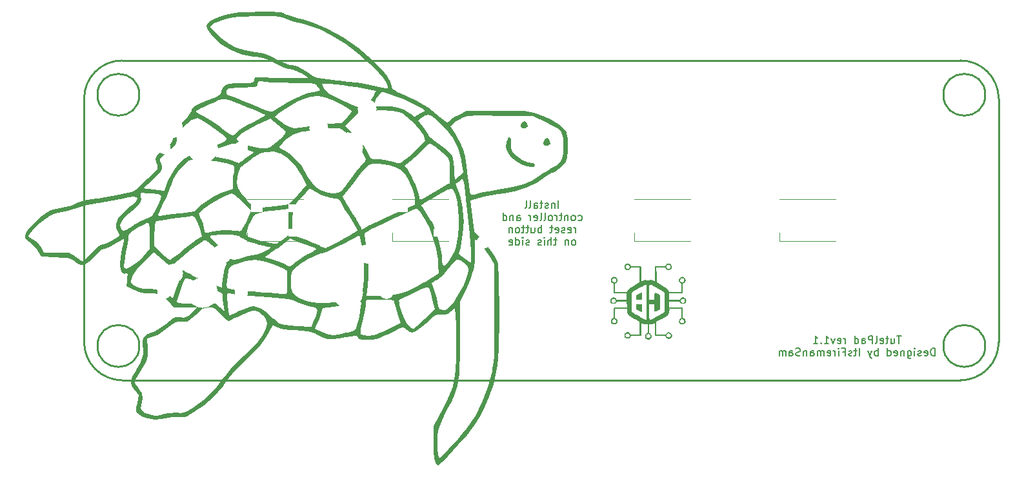
<source format=gbr>
%TF.GenerationSoftware,KiCad,Pcbnew,(6.0.4)*%
%TF.CreationDate,2022-04-15T23:45:21+02:00*%
%TF.ProjectId,TutelPad,54757465-6c50-4616-942e-6b696361645f,rev1.0*%
%TF.SameCoordinates,Original*%
%TF.FileFunction,Legend,Bot*%
%TF.FilePolarity,Positive*%
%FSLAX46Y46*%
G04 Gerber Fmt 4.6, Leading zero omitted, Abs format (unit mm)*
G04 Created by KiCad (PCBNEW (6.0.4)) date 2022-04-15 23:45:21*
%MOMM*%
%LPD*%
G01*
G04 APERTURE LIST*
%TA.AperFunction,Profile*%
%ADD10C,0.250000*%
%TD*%
%ADD11C,0.200000*%
%ADD12C,0.150000*%
%ADD13C,0.120000*%
%ADD14R,1.752600X1.752600*%
%ADD15C,1.752600*%
%ADD16C,1.750000*%
%ADD17C,4.000000*%
%ADD18C,2.500000*%
%ADD19C,2.100000*%
%ADD20C,1.200000*%
%ADD21R,1.600000X2.000000*%
%ADD22O,1.600000X2.000000*%
%ADD23R,1.500000X1.000000*%
G04 APERTURE END LIST*
D10*
X98598750Y-79243440D02*
G75*
G03*
X93598750Y-84243439I0J-5000000D01*
G01*
X208598750Y-79243439D02*
X98598750Y-79243439D01*
X98598750Y-121243439D02*
X208598750Y-121243439D01*
X208598750Y-121243350D02*
G75*
G03*
X213598750Y-116243439I50J4999950D01*
G01*
X213598761Y-84243439D02*
G75*
G03*
X208598750Y-79243439I-4999961J39D01*
G01*
X100848750Y-116743439D02*
G75*
G03*
X100848750Y-116743439I-2750000J0D01*
G01*
X211848750Y-83743439D02*
G75*
G03*
X211848750Y-83743439I-2750000J0D01*
G01*
X211848750Y-116743439D02*
G75*
G03*
X211848750Y-116743439I-2750000J0D01*
G01*
X93598661Y-116243439D02*
G75*
G03*
X98598750Y-121243439I5000039J39D01*
G01*
X93598750Y-84243439D02*
X93598750Y-116243439D01*
X100848750Y-83743439D02*
G75*
G03*
X100848750Y-83743439I-2750000J0D01*
G01*
X213598750Y-116243439D02*
X213598750Y-84243439D01*
D11*
X200828273Y-115420819D02*
X200256845Y-115420819D01*
X200542559Y-116420819D02*
X200542559Y-115420819D01*
X199494940Y-115754153D02*
X199494940Y-116420819D01*
X199923511Y-115754153D02*
X199923511Y-116277962D01*
X199875892Y-116373200D01*
X199780654Y-116420819D01*
X199637797Y-116420819D01*
X199542559Y-116373200D01*
X199494940Y-116325581D01*
X199161607Y-115754153D02*
X198780654Y-115754153D01*
X199018750Y-115420819D02*
X199018750Y-116277962D01*
X198971130Y-116373200D01*
X198875892Y-116420819D01*
X198780654Y-116420819D01*
X198066369Y-116373200D02*
X198161607Y-116420819D01*
X198352083Y-116420819D01*
X198447321Y-116373200D01*
X198494940Y-116277962D01*
X198494940Y-115897010D01*
X198447321Y-115801772D01*
X198352083Y-115754153D01*
X198161607Y-115754153D01*
X198066369Y-115801772D01*
X198018750Y-115897010D01*
X198018750Y-115992248D01*
X198494940Y-116087486D01*
X197447321Y-116420819D02*
X197542559Y-116373200D01*
X197590178Y-116277962D01*
X197590178Y-115420819D01*
X197066369Y-116420819D02*
X197066369Y-115420819D01*
X196685416Y-115420819D01*
X196590178Y-115468439D01*
X196542559Y-115516058D01*
X196494940Y-115611296D01*
X196494940Y-115754153D01*
X196542559Y-115849391D01*
X196590178Y-115897010D01*
X196685416Y-115944629D01*
X197066369Y-115944629D01*
X195637797Y-116420819D02*
X195637797Y-115897010D01*
X195685416Y-115801772D01*
X195780654Y-115754153D01*
X195971130Y-115754153D01*
X196066369Y-115801772D01*
X195637797Y-116373200D02*
X195733035Y-116420819D01*
X195971130Y-116420819D01*
X196066369Y-116373200D01*
X196113988Y-116277962D01*
X196113988Y-116182724D01*
X196066369Y-116087486D01*
X195971130Y-116039867D01*
X195733035Y-116039867D01*
X195637797Y-115992248D01*
X194733035Y-116420819D02*
X194733035Y-115420819D01*
X194733035Y-116373200D02*
X194828273Y-116420819D01*
X195018750Y-116420819D01*
X195113988Y-116373200D01*
X195161607Y-116325581D01*
X195209226Y-116230343D01*
X195209226Y-115944629D01*
X195161607Y-115849391D01*
X195113988Y-115801772D01*
X195018750Y-115754153D01*
X194828273Y-115754153D01*
X194733035Y-115801772D01*
X193494940Y-116420819D02*
X193494940Y-115754153D01*
X193494940Y-115944629D02*
X193447321Y-115849391D01*
X193399702Y-115801772D01*
X193304464Y-115754153D01*
X193209226Y-115754153D01*
X192494940Y-116373200D02*
X192590178Y-116420819D01*
X192780654Y-116420819D01*
X192875892Y-116373200D01*
X192923511Y-116277962D01*
X192923511Y-115897010D01*
X192875892Y-115801772D01*
X192780654Y-115754153D01*
X192590178Y-115754153D01*
X192494940Y-115801772D01*
X192447321Y-115897010D01*
X192447321Y-115992248D01*
X192923511Y-116087486D01*
X192113988Y-115754153D02*
X191875892Y-116420819D01*
X191637797Y-115754153D01*
X190733035Y-116420819D02*
X191304464Y-116420819D01*
X191018750Y-116420819D02*
X191018750Y-115420819D01*
X191113988Y-115563677D01*
X191209226Y-115658915D01*
X191304464Y-115706534D01*
X190304464Y-116325581D02*
X190256845Y-116373200D01*
X190304464Y-116420819D01*
X190352083Y-116373200D01*
X190304464Y-116325581D01*
X190304464Y-116420819D01*
X189304464Y-116420819D02*
X189875892Y-116420819D01*
X189590178Y-116420819D02*
X189590178Y-115420819D01*
X189685416Y-115563677D01*
X189780654Y-115658915D01*
X189875892Y-115706534D01*
X205233035Y-118030819D02*
X205233035Y-117030819D01*
X204994940Y-117030819D01*
X204852083Y-117078439D01*
X204756845Y-117173677D01*
X204709226Y-117268915D01*
X204661607Y-117459391D01*
X204661607Y-117602248D01*
X204709226Y-117792724D01*
X204756845Y-117887962D01*
X204852083Y-117983200D01*
X204994940Y-118030819D01*
X205233035Y-118030819D01*
X203852083Y-117983200D02*
X203947321Y-118030819D01*
X204137797Y-118030819D01*
X204233035Y-117983200D01*
X204280654Y-117887962D01*
X204280654Y-117507010D01*
X204233035Y-117411772D01*
X204137797Y-117364153D01*
X203947321Y-117364153D01*
X203852083Y-117411772D01*
X203804464Y-117507010D01*
X203804464Y-117602248D01*
X204280654Y-117697486D01*
X203423511Y-117983200D02*
X203328273Y-118030819D01*
X203137797Y-118030819D01*
X203042559Y-117983200D01*
X202994940Y-117887962D01*
X202994940Y-117840343D01*
X203042559Y-117745105D01*
X203137797Y-117697486D01*
X203280654Y-117697486D01*
X203375892Y-117649867D01*
X203423511Y-117554629D01*
X203423511Y-117507010D01*
X203375892Y-117411772D01*
X203280654Y-117364153D01*
X203137797Y-117364153D01*
X203042559Y-117411772D01*
X202566369Y-118030819D02*
X202566369Y-117364153D01*
X202566369Y-117030819D02*
X202613988Y-117078439D01*
X202566369Y-117126058D01*
X202518750Y-117078439D01*
X202566369Y-117030819D01*
X202566369Y-117126058D01*
X201661607Y-117364153D02*
X201661607Y-118173677D01*
X201709226Y-118268915D01*
X201756845Y-118316534D01*
X201852083Y-118364153D01*
X201994940Y-118364153D01*
X202090178Y-118316534D01*
X201661607Y-117983200D02*
X201756845Y-118030819D01*
X201947321Y-118030819D01*
X202042559Y-117983200D01*
X202090178Y-117935581D01*
X202137797Y-117840343D01*
X202137797Y-117554629D01*
X202090178Y-117459391D01*
X202042559Y-117411772D01*
X201947321Y-117364153D01*
X201756845Y-117364153D01*
X201661607Y-117411772D01*
X201185416Y-117364153D02*
X201185416Y-118030819D01*
X201185416Y-117459391D02*
X201137797Y-117411772D01*
X201042559Y-117364153D01*
X200899702Y-117364153D01*
X200804464Y-117411772D01*
X200756845Y-117507010D01*
X200756845Y-118030819D01*
X199899702Y-117983200D02*
X199994940Y-118030819D01*
X200185416Y-118030819D01*
X200280654Y-117983200D01*
X200328273Y-117887962D01*
X200328273Y-117507010D01*
X200280654Y-117411772D01*
X200185416Y-117364153D01*
X199994940Y-117364153D01*
X199899702Y-117411772D01*
X199852083Y-117507010D01*
X199852083Y-117602248D01*
X200328273Y-117697486D01*
X198994940Y-118030819D02*
X198994940Y-117030819D01*
X198994940Y-117983200D02*
X199090178Y-118030819D01*
X199280654Y-118030819D01*
X199375892Y-117983200D01*
X199423511Y-117935581D01*
X199471130Y-117840343D01*
X199471130Y-117554629D01*
X199423511Y-117459391D01*
X199375892Y-117411772D01*
X199280654Y-117364153D01*
X199090178Y-117364153D01*
X198994940Y-117411772D01*
X197756845Y-118030819D02*
X197756845Y-117030819D01*
X197756845Y-117411772D02*
X197661607Y-117364153D01*
X197471130Y-117364153D01*
X197375892Y-117411772D01*
X197328273Y-117459391D01*
X197280654Y-117554629D01*
X197280654Y-117840343D01*
X197328273Y-117935581D01*
X197375892Y-117983200D01*
X197471130Y-118030819D01*
X197661607Y-118030819D01*
X197756845Y-117983200D01*
X196947321Y-117364153D02*
X196709226Y-118030819D01*
X196471130Y-117364153D02*
X196709226Y-118030819D01*
X196804464Y-118268915D01*
X196852083Y-118316534D01*
X196947321Y-118364153D01*
X195328273Y-118030819D02*
X195328273Y-117030819D01*
X194994940Y-117364153D02*
X194613988Y-117364153D01*
X194852083Y-117030819D02*
X194852083Y-117887962D01*
X194804464Y-117983200D01*
X194709226Y-118030819D01*
X194613988Y-118030819D01*
X194328273Y-117983200D02*
X194233035Y-118030819D01*
X194042559Y-118030819D01*
X193947321Y-117983200D01*
X193899702Y-117887962D01*
X193899702Y-117840343D01*
X193947321Y-117745105D01*
X194042559Y-117697486D01*
X194185416Y-117697486D01*
X194280654Y-117649867D01*
X194328273Y-117554629D01*
X194328273Y-117507010D01*
X194280654Y-117411772D01*
X194185416Y-117364153D01*
X194042559Y-117364153D01*
X193947321Y-117411772D01*
X193137797Y-117507010D02*
X193471130Y-117507010D01*
X193471130Y-118030819D02*
X193471130Y-117030819D01*
X192994940Y-117030819D01*
X192613988Y-118030819D02*
X192613988Y-117364153D01*
X192613988Y-117030819D02*
X192661607Y-117078439D01*
X192613988Y-117126058D01*
X192566369Y-117078439D01*
X192613988Y-117030819D01*
X192613988Y-117126058D01*
X192137797Y-118030819D02*
X192137797Y-117364153D01*
X192137797Y-117554629D02*
X192090178Y-117459391D01*
X192042559Y-117411772D01*
X191947321Y-117364153D01*
X191852083Y-117364153D01*
X191137797Y-117983200D02*
X191233035Y-118030819D01*
X191423511Y-118030819D01*
X191518750Y-117983200D01*
X191566369Y-117887962D01*
X191566369Y-117507010D01*
X191518750Y-117411772D01*
X191423511Y-117364153D01*
X191233035Y-117364153D01*
X191137797Y-117411772D01*
X191090178Y-117507010D01*
X191090178Y-117602248D01*
X191566369Y-117697486D01*
X190661607Y-118030819D02*
X190661607Y-117364153D01*
X190661607Y-117459391D02*
X190613988Y-117411772D01*
X190518750Y-117364153D01*
X190375892Y-117364153D01*
X190280654Y-117411772D01*
X190233035Y-117507010D01*
X190233035Y-118030819D01*
X190233035Y-117507010D02*
X190185416Y-117411772D01*
X190090178Y-117364153D01*
X189947321Y-117364153D01*
X189852083Y-117411772D01*
X189804464Y-117507010D01*
X189804464Y-118030819D01*
X188899702Y-118030819D02*
X188899702Y-117507010D01*
X188947321Y-117411772D01*
X189042559Y-117364153D01*
X189233035Y-117364153D01*
X189328273Y-117411772D01*
X188899702Y-117983200D02*
X188994940Y-118030819D01*
X189233035Y-118030819D01*
X189328273Y-117983200D01*
X189375892Y-117887962D01*
X189375892Y-117792724D01*
X189328273Y-117697486D01*
X189233035Y-117649867D01*
X188994940Y-117649867D01*
X188899702Y-117602248D01*
X188423511Y-117364153D02*
X188423511Y-118030819D01*
X188423511Y-117459391D02*
X188375892Y-117411772D01*
X188280654Y-117364153D01*
X188137797Y-117364153D01*
X188042559Y-117411772D01*
X187994940Y-117507010D01*
X187994940Y-118030819D01*
X187566369Y-117983200D02*
X187423511Y-118030819D01*
X187185416Y-118030819D01*
X187090178Y-117983200D01*
X187042559Y-117935581D01*
X186994940Y-117840343D01*
X186994940Y-117745105D01*
X187042559Y-117649867D01*
X187090178Y-117602248D01*
X187185416Y-117554629D01*
X187375892Y-117507010D01*
X187471130Y-117459391D01*
X187518750Y-117411772D01*
X187566369Y-117316534D01*
X187566369Y-117221296D01*
X187518750Y-117126058D01*
X187471130Y-117078439D01*
X187375892Y-117030819D01*
X187137797Y-117030819D01*
X186994940Y-117078439D01*
X186137797Y-118030819D02*
X186137797Y-117507010D01*
X186185416Y-117411772D01*
X186280654Y-117364153D01*
X186471130Y-117364153D01*
X186566369Y-117411772D01*
X186137797Y-117983200D02*
X186233035Y-118030819D01*
X186471130Y-118030819D01*
X186566369Y-117983200D01*
X186613988Y-117887962D01*
X186613988Y-117792724D01*
X186566369Y-117697486D01*
X186471130Y-117649867D01*
X186233035Y-117649867D01*
X186137797Y-117602248D01*
X185661607Y-118030819D02*
X185661607Y-117364153D01*
X185661607Y-117459391D02*
X185613988Y-117411772D01*
X185518750Y-117364153D01*
X185375892Y-117364153D01*
X185280654Y-117411772D01*
X185233035Y-117507010D01*
X185233035Y-118030819D01*
X185233035Y-117507010D02*
X185185416Y-117411772D01*
X185090178Y-117364153D01*
X184947321Y-117364153D01*
X184852083Y-117411772D01*
X184804464Y-117507010D01*
X184804464Y-118030819D01*
D12*
X155827797Y-98650819D02*
X155827797Y-97650819D01*
X155351607Y-97984153D02*
X155351607Y-98650819D01*
X155351607Y-98079391D02*
X155303988Y-98031772D01*
X155208750Y-97984153D01*
X155065892Y-97984153D01*
X154970654Y-98031772D01*
X154923035Y-98127010D01*
X154923035Y-98650819D01*
X154494464Y-98603200D02*
X154399226Y-98650819D01*
X154208750Y-98650819D01*
X154113511Y-98603200D01*
X154065892Y-98507962D01*
X154065892Y-98460343D01*
X154113511Y-98365105D01*
X154208750Y-98317486D01*
X154351607Y-98317486D01*
X154446845Y-98269867D01*
X154494464Y-98174629D01*
X154494464Y-98127010D01*
X154446845Y-98031772D01*
X154351607Y-97984153D01*
X154208750Y-97984153D01*
X154113511Y-98031772D01*
X153780178Y-97984153D02*
X153399226Y-97984153D01*
X153637321Y-97650819D02*
X153637321Y-98507962D01*
X153589702Y-98603200D01*
X153494464Y-98650819D01*
X153399226Y-98650819D01*
X152637321Y-98650819D02*
X152637321Y-98127010D01*
X152684940Y-98031772D01*
X152780178Y-97984153D01*
X152970654Y-97984153D01*
X153065892Y-98031772D01*
X152637321Y-98603200D02*
X152732559Y-98650819D01*
X152970654Y-98650819D01*
X153065892Y-98603200D01*
X153113511Y-98507962D01*
X153113511Y-98412724D01*
X153065892Y-98317486D01*
X152970654Y-98269867D01*
X152732559Y-98269867D01*
X152637321Y-98222248D01*
X152018273Y-98650819D02*
X152113511Y-98603200D01*
X152161130Y-98507962D01*
X152161130Y-97650819D01*
X151494464Y-98650819D02*
X151589702Y-98603200D01*
X151637321Y-98507962D01*
X151637321Y-97650819D01*
X158423035Y-100213200D02*
X158518273Y-100260819D01*
X158708750Y-100260819D01*
X158803988Y-100213200D01*
X158851607Y-100165581D01*
X158899226Y-100070343D01*
X158899226Y-99784629D01*
X158851607Y-99689391D01*
X158803988Y-99641772D01*
X158708750Y-99594153D01*
X158518273Y-99594153D01*
X158423035Y-99641772D01*
X157851607Y-100260819D02*
X157946845Y-100213200D01*
X157994464Y-100165581D01*
X158042083Y-100070343D01*
X158042083Y-99784629D01*
X157994464Y-99689391D01*
X157946845Y-99641772D01*
X157851607Y-99594153D01*
X157708750Y-99594153D01*
X157613511Y-99641772D01*
X157565892Y-99689391D01*
X157518273Y-99784629D01*
X157518273Y-100070343D01*
X157565892Y-100165581D01*
X157613511Y-100213200D01*
X157708750Y-100260819D01*
X157851607Y-100260819D01*
X157089702Y-99594153D02*
X157089702Y-100260819D01*
X157089702Y-99689391D02*
X157042083Y-99641772D01*
X156946845Y-99594153D01*
X156803988Y-99594153D01*
X156708750Y-99641772D01*
X156661130Y-99737010D01*
X156661130Y-100260819D01*
X156327797Y-99594153D02*
X155946845Y-99594153D01*
X156184940Y-99260819D02*
X156184940Y-100117962D01*
X156137321Y-100213200D01*
X156042083Y-100260819D01*
X155946845Y-100260819D01*
X155613511Y-100260819D02*
X155613511Y-99594153D01*
X155613511Y-99784629D02*
X155565892Y-99689391D01*
X155518273Y-99641772D01*
X155423035Y-99594153D01*
X155327797Y-99594153D01*
X154851607Y-100260819D02*
X154946845Y-100213200D01*
X154994464Y-100165581D01*
X155042083Y-100070343D01*
X155042083Y-99784629D01*
X154994464Y-99689391D01*
X154946845Y-99641772D01*
X154851607Y-99594153D01*
X154708750Y-99594153D01*
X154613511Y-99641772D01*
X154565892Y-99689391D01*
X154518273Y-99784629D01*
X154518273Y-100070343D01*
X154565892Y-100165581D01*
X154613511Y-100213200D01*
X154708750Y-100260819D01*
X154851607Y-100260819D01*
X153946845Y-100260819D02*
X154042083Y-100213200D01*
X154089702Y-100117962D01*
X154089702Y-99260819D01*
X153423035Y-100260819D02*
X153518273Y-100213200D01*
X153565892Y-100117962D01*
X153565892Y-99260819D01*
X152661130Y-100213200D02*
X152756369Y-100260819D01*
X152946845Y-100260819D01*
X153042083Y-100213200D01*
X153089702Y-100117962D01*
X153089702Y-99737010D01*
X153042083Y-99641772D01*
X152946845Y-99594153D01*
X152756369Y-99594153D01*
X152661130Y-99641772D01*
X152613511Y-99737010D01*
X152613511Y-99832248D01*
X153089702Y-99927486D01*
X152184940Y-100260819D02*
X152184940Y-99594153D01*
X152184940Y-99784629D02*
X152137321Y-99689391D01*
X152089702Y-99641772D01*
X151994464Y-99594153D01*
X151899226Y-99594153D01*
X150375416Y-100260819D02*
X150375416Y-99737010D01*
X150423035Y-99641772D01*
X150518273Y-99594153D01*
X150708750Y-99594153D01*
X150803988Y-99641772D01*
X150375416Y-100213200D02*
X150470654Y-100260819D01*
X150708750Y-100260819D01*
X150803988Y-100213200D01*
X150851607Y-100117962D01*
X150851607Y-100022724D01*
X150803988Y-99927486D01*
X150708750Y-99879867D01*
X150470654Y-99879867D01*
X150375416Y-99832248D01*
X149899226Y-99594153D02*
X149899226Y-100260819D01*
X149899226Y-99689391D02*
X149851607Y-99641772D01*
X149756369Y-99594153D01*
X149613511Y-99594153D01*
X149518273Y-99641772D01*
X149470654Y-99737010D01*
X149470654Y-100260819D01*
X148565892Y-100260819D02*
X148565892Y-99260819D01*
X148565892Y-100213200D02*
X148661130Y-100260819D01*
X148851607Y-100260819D01*
X148946845Y-100213200D01*
X148994464Y-100165581D01*
X149042083Y-100070343D01*
X149042083Y-99784629D01*
X148994464Y-99689391D01*
X148946845Y-99641772D01*
X148851607Y-99594153D01*
X148661130Y-99594153D01*
X148565892Y-99641772D01*
X158089702Y-101870819D02*
X158089702Y-101204153D01*
X158089702Y-101394629D02*
X158042083Y-101299391D01*
X157994464Y-101251772D01*
X157899226Y-101204153D01*
X157803988Y-101204153D01*
X157089702Y-101823200D02*
X157184940Y-101870819D01*
X157375416Y-101870819D01*
X157470654Y-101823200D01*
X157518273Y-101727962D01*
X157518273Y-101347010D01*
X157470654Y-101251772D01*
X157375416Y-101204153D01*
X157184940Y-101204153D01*
X157089702Y-101251772D01*
X157042083Y-101347010D01*
X157042083Y-101442248D01*
X157518273Y-101537486D01*
X156661130Y-101823200D02*
X156565892Y-101870819D01*
X156375416Y-101870819D01*
X156280178Y-101823200D01*
X156232559Y-101727962D01*
X156232559Y-101680343D01*
X156280178Y-101585105D01*
X156375416Y-101537486D01*
X156518273Y-101537486D01*
X156613511Y-101489867D01*
X156661130Y-101394629D01*
X156661130Y-101347010D01*
X156613511Y-101251772D01*
X156518273Y-101204153D01*
X156375416Y-101204153D01*
X156280178Y-101251772D01*
X155423035Y-101823200D02*
X155518273Y-101870819D01*
X155708750Y-101870819D01*
X155803988Y-101823200D01*
X155851607Y-101727962D01*
X155851607Y-101347010D01*
X155803988Y-101251772D01*
X155708750Y-101204153D01*
X155518273Y-101204153D01*
X155423035Y-101251772D01*
X155375416Y-101347010D01*
X155375416Y-101442248D01*
X155851607Y-101537486D01*
X155089702Y-101204153D02*
X154708750Y-101204153D01*
X154946845Y-100870819D02*
X154946845Y-101727962D01*
X154899226Y-101823200D01*
X154803988Y-101870819D01*
X154708750Y-101870819D01*
X153613511Y-101870819D02*
X153613511Y-100870819D01*
X153613511Y-101251772D02*
X153518273Y-101204153D01*
X153327797Y-101204153D01*
X153232559Y-101251772D01*
X153184940Y-101299391D01*
X153137321Y-101394629D01*
X153137321Y-101680343D01*
X153184940Y-101775581D01*
X153232559Y-101823200D01*
X153327797Y-101870819D01*
X153518273Y-101870819D01*
X153613511Y-101823200D01*
X152280178Y-101204153D02*
X152280178Y-101870819D01*
X152708750Y-101204153D02*
X152708750Y-101727962D01*
X152661130Y-101823200D01*
X152565892Y-101870819D01*
X152423035Y-101870819D01*
X152327797Y-101823200D01*
X152280178Y-101775581D01*
X151946845Y-101204153D02*
X151565892Y-101204153D01*
X151803988Y-100870819D02*
X151803988Y-101727962D01*
X151756369Y-101823200D01*
X151661130Y-101870819D01*
X151565892Y-101870819D01*
X151375416Y-101204153D02*
X150994464Y-101204153D01*
X151232559Y-100870819D02*
X151232559Y-101727962D01*
X151184940Y-101823200D01*
X151089702Y-101870819D01*
X150994464Y-101870819D01*
X150518273Y-101870819D02*
X150613511Y-101823200D01*
X150661130Y-101775581D01*
X150708750Y-101680343D01*
X150708750Y-101394629D01*
X150661130Y-101299391D01*
X150613511Y-101251772D01*
X150518273Y-101204153D01*
X150375416Y-101204153D01*
X150280178Y-101251772D01*
X150232559Y-101299391D01*
X150184940Y-101394629D01*
X150184940Y-101680343D01*
X150232559Y-101775581D01*
X150280178Y-101823200D01*
X150375416Y-101870819D01*
X150518273Y-101870819D01*
X149756369Y-101204153D02*
X149756369Y-101870819D01*
X149756369Y-101299391D02*
X149708750Y-101251772D01*
X149613511Y-101204153D01*
X149470654Y-101204153D01*
X149375416Y-101251772D01*
X149327797Y-101347010D01*
X149327797Y-101870819D01*
X157899226Y-103480819D02*
X157994464Y-103433200D01*
X158042083Y-103385581D01*
X158089702Y-103290343D01*
X158089702Y-103004629D01*
X158042083Y-102909391D01*
X157994464Y-102861772D01*
X157899226Y-102814153D01*
X157756369Y-102814153D01*
X157661130Y-102861772D01*
X157613511Y-102909391D01*
X157565892Y-103004629D01*
X157565892Y-103290343D01*
X157613511Y-103385581D01*
X157661130Y-103433200D01*
X157756369Y-103480819D01*
X157899226Y-103480819D01*
X157137321Y-102814153D02*
X157137321Y-103480819D01*
X157137321Y-102909391D02*
X157089702Y-102861772D01*
X156994464Y-102814153D01*
X156851607Y-102814153D01*
X156756369Y-102861772D01*
X156708750Y-102957010D01*
X156708750Y-103480819D01*
X155613511Y-102814153D02*
X155232559Y-102814153D01*
X155470654Y-102480819D02*
X155470654Y-103337962D01*
X155423035Y-103433200D01*
X155327797Y-103480819D01*
X155232559Y-103480819D01*
X154899226Y-103480819D02*
X154899226Y-102480819D01*
X154470654Y-103480819D02*
X154470654Y-102957010D01*
X154518273Y-102861772D01*
X154613511Y-102814153D01*
X154756369Y-102814153D01*
X154851607Y-102861772D01*
X154899226Y-102909391D01*
X153994464Y-103480819D02*
X153994464Y-102814153D01*
X153994464Y-102480819D02*
X154042083Y-102528439D01*
X153994464Y-102576058D01*
X153946845Y-102528439D01*
X153994464Y-102480819D01*
X153994464Y-102576058D01*
X153565892Y-103433200D02*
X153470654Y-103480819D01*
X153280178Y-103480819D01*
X153184940Y-103433200D01*
X153137321Y-103337962D01*
X153137321Y-103290343D01*
X153184940Y-103195105D01*
X153280178Y-103147486D01*
X153423035Y-103147486D01*
X153518273Y-103099867D01*
X153565892Y-103004629D01*
X153565892Y-102957010D01*
X153518273Y-102861772D01*
X153423035Y-102814153D01*
X153280178Y-102814153D01*
X153184940Y-102861772D01*
X151994464Y-103433200D02*
X151899226Y-103480819D01*
X151708750Y-103480819D01*
X151613511Y-103433200D01*
X151565892Y-103337962D01*
X151565892Y-103290343D01*
X151613511Y-103195105D01*
X151708750Y-103147486D01*
X151851607Y-103147486D01*
X151946845Y-103099867D01*
X151994464Y-103004629D01*
X151994464Y-102957010D01*
X151946845Y-102861772D01*
X151851607Y-102814153D01*
X151708750Y-102814153D01*
X151613511Y-102861772D01*
X151137321Y-103480819D02*
X151137321Y-102814153D01*
X151137321Y-102480819D02*
X151184940Y-102528439D01*
X151137321Y-102576058D01*
X151089702Y-102528439D01*
X151137321Y-102480819D01*
X151137321Y-102576058D01*
X150232559Y-103480819D02*
X150232559Y-102480819D01*
X150232559Y-103433200D02*
X150327797Y-103480819D01*
X150518273Y-103480819D01*
X150613511Y-103433200D01*
X150661130Y-103385581D01*
X150708750Y-103290343D01*
X150708750Y-103004629D01*
X150661130Y-102909391D01*
X150613511Y-102861772D01*
X150518273Y-102814153D01*
X150327797Y-102814153D01*
X150232559Y-102861772D01*
X149375416Y-103433200D02*
X149470654Y-103480819D01*
X149661130Y-103480819D01*
X149756369Y-103433200D01*
X149803988Y-103337962D01*
X149803988Y-102957010D01*
X149756369Y-102861772D01*
X149661130Y-102814153D01*
X149470654Y-102814153D01*
X149375416Y-102861772D01*
X149327797Y-102957010D01*
X149327797Y-103052248D01*
X149803988Y-103147486D01*
D13*
%TO.C,RGB4*%
X192177811Y-102988439D02*
X184877811Y-102988439D01*
X184877811Y-102988439D02*
X184877811Y-101838439D01*
X192177811Y-97488439D02*
X184877811Y-97488439D01*
%TO.C,G\u002A\u002A\u002A*%
G36*
X135101854Y-83541236D02*
G01*
X135919977Y-83889675D01*
X137174749Y-84474800D01*
X138816121Y-85463761D01*
X139266768Y-85826452D01*
X140312774Y-86668302D01*
X140612462Y-86940654D01*
X140978897Y-87249721D01*
X141206366Y-87369687D01*
X141369215Y-87330399D01*
X141541789Y-87161705D01*
X141769324Y-86968035D01*
X142251271Y-86652314D01*
X142826494Y-86339268D01*
X143799229Y-85861555D01*
X147974572Y-85865202D01*
X148527357Y-85865761D01*
X149718731Y-85869199D01*
X150635857Y-85879286D01*
X151331690Y-85900740D01*
X151859190Y-85938280D01*
X152271314Y-85996623D01*
X152621018Y-86080486D01*
X152961262Y-86194589D01*
X153345002Y-86343649D01*
X153831503Y-86545392D01*
X154950857Y-87084945D01*
X155858275Y-87636635D01*
X156510962Y-88172264D01*
X156866125Y-88663637D01*
X156923291Y-88824594D01*
X157053408Y-89503932D01*
X157103379Y-90335273D01*
X157098909Y-90473088D01*
X157075478Y-91195463D01*
X156971975Y-91961347D01*
X156795145Y-92509773D01*
X156716935Y-92640100D01*
X156352800Y-93084872D01*
X155891891Y-93508935D01*
X155436014Y-93826376D01*
X155086975Y-93951281D01*
X154909576Y-94015367D01*
X154521511Y-94245277D01*
X154043223Y-94584772D01*
X153096956Y-95233884D01*
X151796446Y-95890495D01*
X150348792Y-96355981D01*
X148664639Y-96664900D01*
X147928389Y-96771912D01*
X146962617Y-96936873D01*
X146091548Y-97110805D01*
X145440752Y-97270133D01*
X144298714Y-97600215D01*
X144529778Y-99626040D01*
X144760841Y-101651865D01*
X145770312Y-102803286D01*
X145868116Y-102915049D01*
X146615418Y-103789962D01*
X147156866Y-104475174D01*
X147527776Y-105022182D01*
X147763465Y-105482480D01*
X147899250Y-105907565D01*
X147919577Y-106045887D01*
X147955946Y-106545292D01*
X147989405Y-107319701D01*
X148018682Y-108321690D01*
X148042504Y-109503836D01*
X148059597Y-110818716D01*
X148068689Y-112218908D01*
X148069500Y-112498391D01*
X148067882Y-113998702D01*
X148067511Y-114343096D01*
X148048143Y-115895738D01*
X148006456Y-117205264D01*
X147937509Y-118320620D01*
X147836362Y-119290755D01*
X147698074Y-120164614D01*
X147517705Y-120991144D01*
X147290314Y-121819294D01*
X147010961Y-122698008D01*
X146694483Y-123587273D01*
X146160936Y-124843319D01*
X145531507Y-126032947D01*
X144769587Y-127211038D01*
X143838564Y-128432475D01*
X142701827Y-129752138D01*
X141322765Y-131224911D01*
X141045140Y-131508177D01*
X140574781Y-131965952D01*
X140220590Y-132281595D01*
X140043442Y-132399226D01*
X139900216Y-132358458D01*
X139697270Y-132076493D01*
X139557211Y-131509530D01*
X139476078Y-130637839D01*
X139449914Y-129441692D01*
X139449914Y-129162450D01*
X139929724Y-129162450D01*
X139973662Y-130094089D01*
X139994584Y-130330419D01*
X140067545Y-130942590D01*
X140146887Y-131369193D01*
X140218800Y-131529363D01*
X140266518Y-131503490D01*
X140514136Y-131275115D01*
X140919988Y-130852147D01*
X141439542Y-130284926D01*
X142028265Y-129623792D01*
X142641626Y-128919083D01*
X143235090Y-128221138D01*
X143764128Y-127580296D01*
X144184205Y-127046897D01*
X144944733Y-125906793D01*
X145826501Y-124169120D01*
X146564457Y-122195090D01*
X147135765Y-120038923D01*
X147198566Y-119728491D01*
X147272040Y-119280034D01*
X147329943Y-118778391D01*
X147373955Y-118181458D01*
X147405752Y-117447127D01*
X147427012Y-116533295D01*
X147439413Y-115397855D01*
X147444632Y-113998702D01*
X147444347Y-112293730D01*
X147436040Y-106019056D01*
X146980287Y-105247840D01*
X146673177Y-104784129D01*
X146191992Y-104147095D01*
X145683799Y-103543491D01*
X144843065Y-102610359D01*
X144902946Y-104171185D01*
X144910327Y-104416577D01*
X144871211Y-105564288D01*
X144867366Y-105677098D01*
X144682606Y-106751453D01*
X144663941Y-106859987D01*
X144274219Y-108075737D01*
X143672367Y-109434843D01*
X142950395Y-110913610D01*
X142934027Y-115784843D01*
X142930056Y-116662692D01*
X142913397Y-118170452D01*
X142877136Y-119409905D01*
X142811771Y-120433985D01*
X142707800Y-121295625D01*
X142555723Y-122047759D01*
X142346036Y-122743320D01*
X142069238Y-123435243D01*
X141715828Y-124176460D01*
X141276303Y-125019906D01*
X140904581Y-125735089D01*
X140443214Y-126722574D01*
X140141970Y-127564455D01*
X139978316Y-128348492D01*
X139929724Y-129162450D01*
X139449914Y-129162450D01*
X139449914Y-127267035D01*
X140691652Y-124884698D01*
X141208944Y-123860546D01*
X141660009Y-122869149D01*
X141956158Y-122068358D01*
X142119103Y-121405246D01*
X142160542Y-121143245D01*
X142302892Y-119907622D01*
X142403434Y-118459024D01*
X142458003Y-116903978D01*
X142462433Y-115349012D01*
X142412558Y-113900653D01*
X142285136Y-111691459D01*
X141705000Y-112200825D01*
X141316529Y-112501461D01*
X140930463Y-112639140D01*
X140431115Y-112617141D01*
X140314606Y-112602422D01*
X140015122Y-112590877D01*
X139747003Y-112660974D01*
X139440006Y-112852904D01*
X139023887Y-113206858D01*
X138428403Y-113763028D01*
X138408853Y-113781513D01*
X137675495Y-114434789D01*
X137110857Y-114832046D01*
X136669059Y-114989916D01*
X136304221Y-114925031D01*
X135970462Y-114654021D01*
X135704792Y-114425438D01*
X135418104Y-114306076D01*
X135275656Y-114342827D01*
X134860753Y-114510137D01*
X134268149Y-114781784D01*
X133574862Y-115123608D01*
X133097456Y-115362687D01*
X132437792Y-115663584D01*
X131915801Y-115840544D01*
X131427209Y-115925399D01*
X130867739Y-115949978D01*
X130690110Y-115950358D01*
X130101257Y-115920570D01*
X129745791Y-115823848D01*
X129532488Y-115638941D01*
X129449495Y-115534605D01*
X129296849Y-115429035D01*
X129053392Y-115405518D01*
X128636150Y-115461755D01*
X127962150Y-115595448D01*
X126998666Y-115773660D01*
X126219090Y-115850215D01*
X125580156Y-115806710D01*
X124984222Y-115636033D01*
X124333647Y-115331068D01*
X123842622Y-115089940D01*
X123385989Y-114922453D01*
X122870802Y-114809304D01*
X122200637Y-114729355D01*
X121279069Y-114661469D01*
X120755173Y-114623977D01*
X119826883Y-114525357D01*
X119452663Y-114451762D01*
X123885058Y-114451762D01*
X124786234Y-114900837D01*
X125234602Y-115105856D01*
X125781238Y-115271070D01*
X126351014Y-115310563D01*
X127045865Y-115228436D01*
X127967722Y-115028788D01*
X128302572Y-114946963D01*
X128358740Y-114930636D01*
X129865291Y-114930636D01*
X129870214Y-115157805D01*
X129958847Y-115237834D01*
X130346832Y-115358232D01*
X130909969Y-115396813D01*
X131534161Y-115341014D01*
X131707519Y-115298170D01*
X132241524Y-115107727D01*
X132925235Y-114815915D01*
X133653405Y-114466181D01*
X135163745Y-113697172D01*
X134740733Y-112492897D01*
X134726174Y-112451260D01*
X134519841Y-111816921D01*
X134373398Y-111286342D01*
X134317722Y-110970637D01*
X134317689Y-110963871D01*
X134284205Y-110823434D01*
X134193077Y-110763420D01*
X134913291Y-110763420D01*
X134941327Y-111129084D01*
X135001967Y-111377768D01*
X135264572Y-112231430D01*
X135583862Y-113030143D01*
X135918293Y-113678474D01*
X135932602Y-113697172D01*
X136226323Y-114080990D01*
X136258263Y-114108869D01*
X136590015Y-114365912D01*
X136800302Y-114474551D01*
X136915096Y-114407627D01*
X137240531Y-114142555D01*
X137712205Y-113722341D01*
X138272507Y-113196978D01*
X139610763Y-111913908D01*
X139307526Y-110630882D01*
X139126859Y-109877356D01*
X138956411Y-109343706D01*
X138749863Y-109080457D01*
X138440827Y-109053422D01*
X137962913Y-109228416D01*
X137249733Y-109571254D01*
X136956941Y-109712876D01*
X136267800Y-110039101D01*
X135686191Y-110305113D01*
X135314250Y-110463810D01*
X135106886Y-110554921D01*
X134913291Y-110763420D01*
X134193077Y-110763420D01*
X134146495Y-110732743D01*
X133843647Y-110681148D01*
X133314750Y-110658001D01*
X132498893Y-110652651D01*
X130680064Y-110652651D01*
X130607423Y-111124175D01*
X130579559Y-111305048D01*
X130559788Y-111424283D01*
X130453582Y-111978311D01*
X130300874Y-112705840D01*
X130127667Y-113481630D01*
X130055852Y-113805672D01*
X129931550Y-114451417D01*
X129865291Y-114930636D01*
X128358740Y-114930636D01*
X128808855Y-114799796D01*
X129103793Y-114641281D01*
X129274749Y-114412323D01*
X129409090Y-114053826D01*
X129547559Y-113567930D01*
X129698625Y-112905265D01*
X129827302Y-112216375D01*
X129918570Y-111592324D01*
X129957407Y-111124175D01*
X129928794Y-110902992D01*
X129780650Y-110884588D01*
X129379098Y-110944572D01*
X128834844Y-111080895D01*
X128747829Y-111105436D01*
X128048068Y-111273521D01*
X127194465Y-111444023D01*
X126352136Y-111583513D01*
X124854820Y-111799670D01*
X124780525Y-112089458D01*
X124656186Y-112574448D01*
X124612322Y-112734841D01*
X124399872Y-113369545D01*
X124171305Y-113900494D01*
X123885058Y-114451762D01*
X119452663Y-114451762D01*
X119190076Y-114400121D01*
X118806115Y-114241711D01*
X118363254Y-113951537D01*
X117807044Y-115081360D01*
X117567812Y-115525704D01*
X117225800Y-116034533D01*
X116774282Y-116574374D01*
X116159826Y-117208128D01*
X115329004Y-117998698D01*
X115138205Y-118178015D01*
X114039237Y-119280856D01*
X113033678Y-120403710D01*
X112218828Y-121438953D01*
X111815075Y-121993600D01*
X111191193Y-122800761D01*
X110621852Y-123441008D01*
X110023468Y-123996340D01*
X109312457Y-124548757D01*
X108405235Y-125180259D01*
X108056470Y-125415371D01*
X107493528Y-125780476D01*
X107089681Y-125996326D01*
X106757780Y-126094405D01*
X106410678Y-126106194D01*
X105961227Y-126063177D01*
X105050385Y-126042156D01*
X104212071Y-126230892D01*
X103746295Y-126356063D01*
X102842153Y-126418113D01*
X101941190Y-126288638D01*
X101149853Y-125987962D01*
X100574591Y-125536410D01*
X100527222Y-125472663D01*
X100439896Y-125226325D01*
X100453167Y-124843385D01*
X100566421Y-124225418D01*
X100786316Y-123189227D01*
X100223362Y-122548058D01*
X100184866Y-122503491D01*
X99831057Y-121948294D01*
X99762527Y-121500463D01*
X100297198Y-121500463D01*
X100336403Y-121730731D01*
X100479920Y-121949557D01*
X100713786Y-122217402D01*
X100800067Y-122319617D01*
X101166108Y-122949991D01*
X101262507Y-123651610D01*
X101104737Y-124515433D01*
X101047652Y-124881384D01*
X101180526Y-125265704D01*
X101589211Y-125550817D01*
X102309334Y-125773943D01*
X102572216Y-125835257D01*
X102955802Y-125914908D01*
X103231016Y-125921182D01*
X103545399Y-125846318D01*
X104046490Y-125682554D01*
X104717361Y-125534930D01*
X105714214Y-125518388D01*
X105726119Y-125519624D01*
X106226995Y-125548467D01*
X106633774Y-125488952D01*
X107073436Y-125304883D01*
X107672962Y-124960067D01*
X108339565Y-124534001D01*
X109262970Y-123841584D01*
X110123447Y-123044958D01*
X110993232Y-122074820D01*
X111944561Y-120861867D01*
X112250647Y-120461968D01*
X113064487Y-119476448D01*
X113849141Y-118629586D01*
X114531439Y-118002268D01*
X115526855Y-117122374D01*
X116390923Y-116198384D01*
X117048994Y-115308628D01*
X117468208Y-114497768D01*
X117615702Y-113810464D01*
X117613588Y-113721249D01*
X117475597Y-113208347D01*
X117074129Y-112721354D01*
X117018131Y-112669532D01*
X116557113Y-112303376D01*
X116124776Y-112125007D01*
X115640602Y-112134239D01*
X115024074Y-112330888D01*
X114194673Y-112714772D01*
X113858266Y-112878391D01*
X113232945Y-113164640D01*
X112749353Y-113362406D01*
X112491256Y-113436213D01*
X112276063Y-113326394D01*
X111913199Y-113012640D01*
X111493470Y-112566435D01*
X111087713Y-112116716D01*
X110756744Y-111841711D01*
X110431006Y-111722479D01*
X110003540Y-111696572D01*
X109882910Y-111698064D01*
X109505442Y-111742782D01*
X109160614Y-111886896D01*
X108756458Y-112180199D01*
X108201005Y-112672483D01*
X107811902Y-113025764D01*
X107400411Y-113364340D01*
X107093824Y-113534088D01*
X106805617Y-113577765D01*
X106449267Y-113538127D01*
X106219687Y-113507390D01*
X105903838Y-113515886D01*
X105590056Y-113632284D01*
X105189275Y-113895725D01*
X104612429Y-114345350D01*
X104508460Y-114427090D01*
X103848222Y-114894265D01*
X103192312Y-115286017D01*
X102668761Y-115524663D01*
X101871832Y-115786401D01*
X101920482Y-117090416D01*
X101928762Y-117334077D01*
X101926712Y-117958104D01*
X101853416Y-118421561D01*
X101674497Y-118867324D01*
X101355580Y-119438268D01*
X100945072Y-120136394D01*
X100587570Y-120763755D01*
X100376266Y-121198291D01*
X100297198Y-121500463D01*
X99762527Y-121500463D01*
X99744641Y-121383581D01*
X99929874Y-120743742D01*
X100391011Y-119963170D01*
X100452524Y-119873211D01*
X100941749Y-119082814D01*
X101224969Y-118413664D01*
X101337641Y-117751366D01*
X101315226Y-116981526D01*
X101302061Y-116823190D01*
X101298438Y-116067660D01*
X101446959Y-115562230D01*
X101783655Y-115238524D01*
X102344556Y-115028166D01*
X102850732Y-114823853D01*
X103550871Y-114411382D01*
X104307448Y-113858140D01*
X104801779Y-113467229D01*
X105245264Y-113151981D01*
X105577156Y-112991318D01*
X105883042Y-112946460D01*
X106248508Y-112978626D01*
X106578530Y-113011803D01*
X106930676Y-112970511D01*
X107271076Y-112781377D01*
X107727275Y-112393973D01*
X108482791Y-111710757D01*
X105337979Y-111696487D01*
X104709047Y-110944082D01*
X105786216Y-110944082D01*
X105786228Y-110945558D01*
X105861212Y-111038371D01*
X106111332Y-111103790D01*
X106579740Y-111145704D01*
X107309589Y-111168001D01*
X108344029Y-111174569D01*
X110901843Y-111174569D01*
X111447723Y-111703657D01*
X111993603Y-112232744D01*
X111849163Y-111176580D01*
X111789215Y-110685374D01*
X111746556Y-110191548D01*
X111746527Y-110059189D01*
X112397179Y-110059189D01*
X112404212Y-110478165D01*
X112453323Y-111179679D01*
X112471749Y-111406829D01*
X112533632Y-112039271D01*
X112559279Y-112232744D01*
X112594457Y-112498108D01*
X112643350Y-112696544D01*
X112667218Y-112701443D01*
X112922218Y-112625815D01*
X113384378Y-112430919D01*
X113974997Y-112149108D01*
X114006531Y-112133417D01*
X114715650Y-111820758D01*
X115361325Y-111603758D01*
X115825162Y-111522514D01*
X116178263Y-111572935D01*
X116877121Y-111867599D01*
X117641983Y-112386813D01*
X118399229Y-113085867D01*
X118513998Y-113203923D01*
X118929941Y-113583929D01*
X119241035Y-113810464D01*
X119269092Y-113830895D01*
X119479437Y-113896857D01*
X119996405Y-113984544D01*
X120704939Y-114062860D01*
X121516329Y-114120376D01*
X123415621Y-114219089D01*
X123735700Y-113495351D01*
X123803860Y-113335198D01*
X124020585Y-112748179D01*
X124158309Y-112258966D01*
X124189089Y-112089458D01*
X124174352Y-111845035D01*
X123978002Y-111717962D01*
X123518267Y-111627576D01*
X123029178Y-111511863D01*
X122333015Y-111287631D01*
X121631299Y-111013445D01*
X121071364Y-110793036D01*
X120409418Y-110607309D01*
X119646874Y-110485788D01*
X118660188Y-110403094D01*
X117778403Y-110344056D01*
X116619803Y-110256943D01*
X115502889Y-110163374D01*
X114488770Y-110069101D01*
X113638554Y-109979877D01*
X113013350Y-109901454D01*
X112674267Y-109839586D01*
X112551540Y-109812956D01*
X112442773Y-109858778D01*
X112397179Y-110059189D01*
X111746527Y-110059189D01*
X111746497Y-109924359D01*
X111682454Y-109835557D01*
X111358300Y-109632175D01*
X110820463Y-109369535D01*
X110135531Y-109082434D01*
X109733243Y-108923705D01*
X108928806Y-108598410D01*
X108212069Y-108299151D01*
X107701682Y-108075040D01*
X107534235Y-107998709D01*
X107126894Y-107841051D01*
X106904991Y-107835936D01*
X106775298Y-107973108D01*
X106758508Y-108004742D01*
X106603924Y-108367164D01*
X106400752Y-108917550D01*
X106183194Y-109553167D01*
X105985451Y-110171283D01*
X105841725Y-110669166D01*
X105786216Y-110944082D01*
X104709047Y-110944082D01*
X104689864Y-110921133D01*
X104236070Y-110454585D01*
X103607325Y-110058319D01*
X102833577Y-109846911D01*
X101822555Y-109783758D01*
X101000868Y-109697187D01*
X100018699Y-109334468D01*
X99133983Y-108886149D01*
X99216596Y-108263380D01*
X99763270Y-108263380D01*
X99832762Y-108518165D01*
X100170386Y-108788190D01*
X100703611Y-109024099D01*
X101354672Y-109192005D01*
X102045805Y-109258020D01*
X102285641Y-109265027D01*
X102979040Y-109330895D01*
X103562662Y-109442499D01*
X103588884Y-109450007D01*
X104183220Y-109702305D01*
X104714890Y-110047312D01*
X105220123Y-110472438D01*
X105776745Y-108953298D01*
X106333368Y-107434158D01*
X105680197Y-106912240D01*
X105603544Y-106850653D01*
X105113798Y-106449482D01*
X104498707Y-105937293D01*
X104486867Y-105927306D01*
X105438607Y-105927306D01*
X105495885Y-106025610D01*
X105801189Y-106283095D01*
X106310839Y-106626088D01*
X106957829Y-107013195D01*
X107675153Y-107403022D01*
X107739052Y-107434158D01*
X108395805Y-107754175D01*
X108434813Y-107771860D01*
X109216928Y-108114762D01*
X110020453Y-108449390D01*
X110677336Y-108705661D01*
X111654074Y-109064351D01*
X111692005Y-108701443D01*
X112311237Y-108701443D01*
X112330270Y-108989509D01*
X112368798Y-109061918D01*
X112486957Y-109162949D01*
X112709483Y-109249759D01*
X113076834Y-109328713D01*
X113629469Y-109406177D01*
X114407847Y-109488515D01*
X115452425Y-109582094D01*
X116803664Y-109693277D01*
X116843676Y-109696495D01*
X117868971Y-109778647D01*
X118767535Y-109850079D01*
X119484348Y-109906461D01*
X119964389Y-109943464D01*
X120152637Y-109956761D01*
X120168857Y-109917986D01*
X120198137Y-109617371D01*
X120218382Y-109083953D01*
X120225942Y-108395475D01*
X120225942Y-108269050D01*
X120747859Y-108269050D01*
X120752707Y-108395475D01*
X120778412Y-109065818D01*
X120913976Y-109661188D01*
X121213403Y-110085530D01*
X121735479Y-110420151D01*
X122538992Y-110746358D01*
X123074390Y-110915960D01*
X124266692Y-111126424D01*
X125574640Y-111130411D01*
X127051516Y-110925902D01*
X128750599Y-110510878D01*
X128852552Y-110481670D01*
X129425587Y-110299159D01*
X129766837Y-110121335D01*
X129969789Y-109880079D01*
X130127931Y-109507269D01*
X130131364Y-109497676D01*
X130268901Y-108861552D01*
X130342190Y-107973697D01*
X130352796Y-106922268D01*
X130302287Y-105795421D01*
X130192228Y-104681312D01*
X130024185Y-103668098D01*
X129707695Y-102164856D01*
X130401483Y-102164856D01*
X130448321Y-102659141D01*
X130544130Y-103348961D01*
X130680086Y-104161125D01*
X130916421Y-105936519D01*
X130932434Y-106922268D01*
X130946285Y-107774928D01*
X130730846Y-109565322D01*
X130624806Y-110130733D01*
X132514757Y-110127064D01*
X133216115Y-110113150D01*
X134262782Y-110021352D01*
X135217705Y-109819416D01*
X136170635Y-109479180D01*
X137211327Y-108972481D01*
X138022423Y-108505532D01*
X139226891Y-108505532D01*
X139296290Y-108748588D01*
X139455588Y-109160629D01*
X139583447Y-109514146D01*
X139778597Y-110183164D01*
X139943144Y-110883574D01*
X139962181Y-110977629D01*
X140087722Y-111526348D01*
X140216726Y-111826220D01*
X140340371Y-111913908D01*
X140405720Y-111960253D01*
X140711232Y-112011452D01*
X140870656Y-112021169D01*
X141130185Y-111978649D01*
X141382675Y-111810228D01*
X141695950Y-111462143D01*
X142137837Y-110880630D01*
X142358454Y-110567604D01*
X142865770Y-109746653D01*
X143329092Y-108869737D01*
X143708929Y-108021681D01*
X143965792Y-107287312D01*
X144060188Y-106751453D01*
X144040247Y-106582105D01*
X143826441Y-106203590D01*
X143336145Y-105781024D01*
X142984715Y-105533199D01*
X142691590Y-105378665D01*
X142488448Y-105395671D01*
X142269104Y-105562467D01*
X142049995Y-105788888D01*
X141670668Y-106236694D01*
X141262612Y-106761892D01*
X140931188Y-107164404D01*
X140862016Y-107233828D01*
X140409226Y-107688267D01*
X139937529Y-108053404D01*
X139750581Y-108165978D01*
X139393110Y-108381938D01*
X139230165Y-108481493D01*
X139226891Y-108505532D01*
X138022423Y-108505532D01*
X138429534Y-108271158D01*
X140145805Y-107233828D01*
X140087939Y-106116185D01*
X140026679Y-105408083D01*
X139785701Y-104014008D01*
X139406028Y-102610102D01*
X138918142Y-101285708D01*
X138352521Y-100130168D01*
X137739646Y-99232827D01*
X137276089Y-98686290D01*
X134796563Y-99771030D01*
X134405143Y-99942783D01*
X133005556Y-100568036D01*
X131917269Y-101075009D01*
X131129482Y-101469044D01*
X131045688Y-101517232D01*
X130631395Y-101755482D01*
X130412211Y-101939666D01*
X130401483Y-102164856D01*
X129707695Y-102164856D01*
X129707448Y-102163682D01*
X127723344Y-103269913D01*
X126955532Y-103678091D01*
X126258739Y-104012588D01*
X126100033Y-104088775D01*
X125360142Y-104398115D01*
X124826264Y-104565676D01*
X124659508Y-104605747D01*
X123850437Y-104901934D01*
X122937548Y-105360095D01*
X122038703Y-105915922D01*
X121271767Y-106505104D01*
X121144321Y-106620492D01*
X120925260Y-106869199D01*
X120806433Y-107158612D01*
X120757435Y-107591104D01*
X120747859Y-108269050D01*
X120225942Y-108269050D01*
X120225942Y-106834189D01*
X119670710Y-106547068D01*
X119047951Y-106263311D01*
X118208170Y-105951891D01*
X117340295Y-105686746D01*
X116558418Y-105502286D01*
X115976634Y-105432922D01*
X115398554Y-105481068D01*
X114695946Y-105617552D01*
X113981387Y-105814328D01*
X113522476Y-105979089D01*
X113343859Y-106043217D01*
X112872341Y-106276039D01*
X112655815Y-106484613D01*
X112655625Y-106485211D01*
X112536852Y-106964942D01*
X112429729Y-107572199D01*
X112349457Y-108190019D01*
X112311237Y-108701443D01*
X111692005Y-108701443D01*
X111761887Y-108032850D01*
X111821327Y-107595007D01*
X111955965Y-106928880D01*
X112108653Y-106429454D01*
X112141958Y-106348488D01*
X112250376Y-105979089D01*
X112190937Y-105672734D01*
X111939323Y-105261706D01*
X111466862Y-104644498D01*
X110894175Y-103999915D01*
X110320953Y-103433676D01*
X109845897Y-103050056D01*
X109589865Y-102905582D01*
X109323077Y-102895494D01*
X108961216Y-103091172D01*
X108698291Y-103271040D01*
X108203677Y-103635786D01*
X107615844Y-104088260D01*
X106996512Y-104578769D01*
X106407402Y-105057620D01*
X105910234Y-105475122D01*
X105566729Y-105781582D01*
X105438607Y-105927306D01*
X104486867Y-105927306D01*
X103872873Y-105409382D01*
X102718720Y-104428441D01*
X101399778Y-105717824D01*
X101031480Y-106091361D01*
X100513831Y-106669574D01*
X100140112Y-107156570D01*
X99967730Y-107481641D01*
X99873547Y-107858843D01*
X99763270Y-108263380D01*
X99216596Y-108263380D01*
X99250521Y-108007640D01*
X99275361Y-107811637D01*
X99305718Y-107390761D01*
X99252416Y-107220245D01*
X99102220Y-107230759D01*
X98896812Y-107271939D01*
X98586304Y-107118012D01*
X98394430Y-106683437D01*
X98332199Y-106058517D01*
X98827311Y-106058517D01*
X98858368Y-106320916D01*
X98975553Y-106548392D01*
X99191322Y-106564185D01*
X99622622Y-106388390D01*
X100167267Y-106035212D01*
X100757923Y-105549650D01*
X101327260Y-104976704D01*
X102209265Y-103987116D01*
X102213341Y-103618647D01*
X102828681Y-103618647D01*
X103747508Y-104526060D01*
X103809398Y-104586749D01*
X104274460Y-105015634D01*
X104651022Y-105318634D01*
X104862557Y-105433473D01*
X104948934Y-105401347D01*
X105274129Y-105193317D01*
X105755868Y-104834706D01*
X106325044Y-104375509D01*
X106552771Y-104186855D01*
X107224042Y-103645938D01*
X107854167Y-103157349D01*
X108331654Y-102808173D01*
X108885593Y-102427053D01*
X110129061Y-102427053D01*
X110312596Y-102643585D01*
X110732122Y-103023364D01*
X111040127Y-103313616D01*
X111632016Y-103945231D01*
X112139831Y-104568536D01*
X112232564Y-104693903D01*
X112571308Y-105103945D01*
X112886188Y-105328910D01*
X113265622Y-105387352D01*
X113798031Y-105297825D01*
X114571832Y-105078884D01*
X114674800Y-105050718D01*
X117233594Y-105050718D01*
X118164357Y-105323316D01*
X118489589Y-105426195D01*
X119196071Y-105687620D01*
X119784302Y-105949626D01*
X119979122Y-106047442D01*
X120369021Y-106227944D01*
X120567179Y-106296266D01*
X120621178Y-106271500D01*
X120883951Y-106083887D01*
X121263707Y-105773929D01*
X121666510Y-105471633D01*
X122296485Y-105066777D01*
X122959297Y-104693671D01*
X123002988Y-104670989D01*
X123533274Y-104379540D01*
X123909504Y-104143673D01*
X124052695Y-104012588D01*
X124019813Y-103966203D01*
X123755898Y-103810738D01*
X123313955Y-103625553D01*
X123013995Y-103515557D01*
X122319838Y-103260703D01*
X121631623Y-103007730D01*
X120688675Y-102660851D01*
X119543952Y-103505161D01*
X119457887Y-103568424D01*
X119051462Y-103860071D01*
X118828005Y-104020422D01*
X118241851Y-104424618D01*
X117816411Y-104700094D01*
X117233594Y-105050718D01*
X114674800Y-105050718D01*
X115062841Y-104944573D01*
X115680178Y-104809384D01*
X116122301Y-104751504D01*
X116169960Y-104748052D01*
X116524673Y-104659045D01*
X116974285Y-104482800D01*
X117435066Y-104262261D01*
X117823286Y-104040370D01*
X118055214Y-103860071D01*
X118047122Y-103764307D01*
X118021678Y-103758205D01*
X117721210Y-103691350D01*
X117195994Y-103577596D01*
X116541750Y-103437710D01*
X116136528Y-103340857D01*
X115187904Y-103023923D01*
X114454078Y-102644042D01*
X114258180Y-102514819D01*
X113881887Y-102310214D01*
X113491402Y-102195423D01*
X112975562Y-102145010D01*
X112223202Y-102133535D01*
X112010418Y-102134477D01*
X111294223Y-102152626D01*
X110704470Y-102189172D01*
X110351884Y-102237937D01*
X110351078Y-102238153D01*
X110188237Y-102298801D01*
X110151796Y-102312373D01*
X110129061Y-102427053D01*
X108885593Y-102427053D01*
X109072001Y-102298801D01*
X109002834Y-102061662D01*
X114914099Y-102061662D01*
X114973579Y-102338371D01*
X115092743Y-102405294D01*
X115505380Y-102555486D01*
X116122770Y-102739400D01*
X116862956Y-102931315D01*
X117356566Y-103048604D01*
X118022805Y-103199300D01*
X118513330Y-103300707D01*
X118747174Y-103335459D01*
X118864110Y-103292095D01*
X119208305Y-103086388D01*
X119653439Y-102770385D01*
X120385731Y-102214980D01*
X120392822Y-100463886D01*
X120394806Y-99974099D01*
X120929643Y-99974099D01*
X120954263Y-100994391D01*
X121008818Y-102209418D01*
X122487585Y-102744709D01*
X122735786Y-102835785D01*
X123468415Y-103117668D01*
X124102571Y-103379325D01*
X124523124Y-103573859D01*
X124580458Y-103603505D01*
X125008845Y-103790599D01*
X125306001Y-103866333D01*
X125418604Y-103838895D01*
X125798855Y-103674795D01*
X126351990Y-103396468D01*
X127009132Y-103043011D01*
X127701405Y-102653524D01*
X128359932Y-102267104D01*
X128915836Y-101922850D01*
X129300239Y-101659860D01*
X129444265Y-101517232D01*
X129439782Y-101490600D01*
X129312255Y-101219570D01*
X129044447Y-100763541D01*
X128684154Y-100205027D01*
X128241772Y-99519165D01*
X127796435Y-98784266D01*
X127453538Y-98173081D01*
X127250859Y-97820637D01*
X126969199Y-97457472D01*
X126766515Y-97361450D01*
X126532665Y-97391915D01*
X125995358Y-97321074D01*
X125409628Y-97160605D01*
X127543494Y-97160605D01*
X128045665Y-98050405D01*
X128367267Y-98601237D01*
X128815730Y-99338165D01*
X129258122Y-100039153D01*
X129314488Y-100126824D01*
X129646055Y-100663384D01*
X129879889Y-101077299D01*
X129968407Y-101285103D01*
X130009954Y-101401305D01*
X130238946Y-101369292D01*
X130682807Y-101082335D01*
X130939269Y-100929854D01*
X131476430Y-100655709D01*
X132218731Y-100300537D01*
X133105302Y-99893385D01*
X134075273Y-99463305D01*
X136942593Y-98214256D01*
X137828714Y-98214256D01*
X137868159Y-98328319D01*
X138063433Y-98654878D01*
X138372644Y-99109925D01*
X138620030Y-99469804D01*
X138989679Y-100047199D01*
X139251571Y-100504519D01*
X139423234Y-100874541D01*
X139785400Y-101836669D01*
X140116549Y-102931844D01*
X140375340Y-104015455D01*
X140520429Y-104942887D01*
X140522345Y-104963325D01*
X140594398Y-105567475D01*
X140676142Y-106016163D01*
X140750251Y-106213595D01*
X140931372Y-106176502D01*
X141225762Y-105896931D01*
X141570722Y-105434995D01*
X141918650Y-104862547D01*
X142221946Y-104251440D01*
X142433008Y-103673525D01*
X142547102Y-103168394D01*
X142680986Y-102180707D01*
X142753150Y-101061879D01*
X142763688Y-99906642D01*
X142712694Y-98809725D01*
X142600264Y-97865859D01*
X142426493Y-97169774D01*
X142296087Y-96839602D01*
X142088915Y-96369119D01*
X141941032Y-96099635D01*
X141936551Y-96094406D01*
X141749344Y-96073635D01*
X141354072Y-96215022D01*
X140724481Y-96530168D01*
X139834316Y-97030678D01*
X139705946Y-97105191D01*
X138988412Y-97523376D01*
X138397567Y-97870509D01*
X137991603Y-98112250D01*
X137878593Y-98183020D01*
X137828714Y-98214256D01*
X136942593Y-98214256D01*
X137014298Y-98183020D01*
X136994126Y-97502425D01*
X136880733Y-96763562D01*
X136594535Y-95857854D01*
X136186919Y-94943106D01*
X135708680Y-94151726D01*
X135560041Y-93963714D01*
X135070917Y-93533456D01*
X134419214Y-93215903D01*
X133826727Y-93060711D01*
X135671065Y-93060711D01*
X136043854Y-93584244D01*
X136235547Y-93884406D01*
X136559512Y-94467973D01*
X136870609Y-95099372D01*
X137063228Y-95546913D01*
X137332783Y-96257708D01*
X137518208Y-96850001D01*
X137711839Y-97609035D01*
X141408364Y-95468835D01*
X142341439Y-95468835D01*
X142752873Y-96493277D01*
X142930357Y-96986491D01*
X143278551Y-98522860D01*
X143380540Y-99906642D01*
X143403681Y-100220623D01*
X143303311Y-101999881D01*
X142975006Y-103780733D01*
X142755394Y-104650596D01*
X143496283Y-105216007D01*
X143790927Y-105434642D01*
X144155828Y-105684242D01*
X144341419Y-105781418D01*
X144349577Y-105777986D01*
X144384694Y-105564288D01*
X144381705Y-105041493D01*
X144342797Y-104241555D01*
X144270152Y-103196431D01*
X144165956Y-101938076D01*
X144032393Y-100498447D01*
X143871648Y-98909500D01*
X143871420Y-98907332D01*
X143730936Y-97569933D01*
X143618428Y-96543556D01*
X143523280Y-95793478D01*
X143434874Y-95284977D01*
X143342594Y-94983327D01*
X143235823Y-94853806D01*
X143103943Y-94861690D01*
X142936337Y-94972255D01*
X142722389Y-95150778D01*
X142341439Y-95468835D01*
X141408364Y-95468835D01*
X141537585Y-95394019D01*
X141588971Y-94031844D01*
X141588492Y-93277805D01*
X141533621Y-92611335D01*
X141433697Y-92170751D01*
X141391281Y-92094862D01*
X141117348Y-91775001D01*
X140683277Y-91361324D01*
X140170499Y-90921601D01*
X139660447Y-90523606D01*
X139234554Y-90235110D01*
X138974250Y-90123884D01*
X138973082Y-90123955D01*
X138811372Y-90241664D01*
X138476516Y-90540750D01*
X138039493Y-90957883D01*
X137611835Y-91366780D01*
X136980169Y-91946136D01*
X136429668Y-92426297D01*
X135671065Y-93060711D01*
X133826727Y-93060711D01*
X133543892Y-92986627D01*
X132383908Y-92821200D01*
X132336421Y-92816180D01*
X131816061Y-92779839D01*
X131388069Y-92815864D01*
X131003503Y-92959496D01*
X130613421Y-93245975D01*
X130168878Y-93710544D01*
X129620933Y-94388442D01*
X128920644Y-95314911D01*
X127543494Y-97160605D01*
X125409628Y-97160605D01*
X125327705Y-97138161D01*
X124635620Y-96874140D01*
X124025015Y-96559973D01*
X123206886Y-96056573D01*
X122162904Y-97172594D01*
X121888001Y-97473567D01*
X121430828Y-98048349D01*
X121138397Y-98594450D01*
X121107935Y-98712793D01*
X120981178Y-99205243D01*
X120929643Y-99974099D01*
X120394806Y-99974099D01*
X120399914Y-98712793D01*
X118290062Y-98985119D01*
X118282030Y-98986156D01*
X118004533Y-99022874D01*
X117399689Y-99102906D01*
X116793764Y-99199579D01*
X116396029Y-99299806D01*
X116138261Y-99427219D01*
X115952234Y-99605453D01*
X115769722Y-99858137D01*
X115480712Y-100346502D01*
X115197331Y-100973311D01*
X114998572Y-101575837D01*
X114914099Y-102061662D01*
X109002834Y-102061662D01*
X108806060Y-101387027D01*
X108715581Y-101093925D01*
X108417882Y-100338815D01*
X108114730Y-99859772D01*
X107826383Y-99691849D01*
X107788725Y-99692104D01*
X107315352Y-99722717D01*
X106651800Y-99795843D01*
X105874588Y-99899476D01*
X105060236Y-100021611D01*
X104285265Y-100150243D01*
X103626192Y-100273366D01*
X103159539Y-100378975D01*
X102961825Y-100455064D01*
X102940501Y-100508138D01*
X102885616Y-100860286D01*
X102846790Y-101433622D01*
X102832780Y-102068872D01*
X102831345Y-102133937D01*
X102828681Y-103618647D01*
X102213341Y-103618647D01*
X102228210Y-102274678D01*
X102229719Y-102068872D01*
X102212688Y-101239306D01*
X102155606Y-100734922D01*
X102059494Y-100566061D01*
X101812011Y-100613173D01*
X101337726Y-100805730D01*
X100791277Y-101100204D01*
X100249842Y-101446116D01*
X99790597Y-101792986D01*
X99490718Y-102090333D01*
X99427384Y-102287677D01*
X99436335Y-102371786D01*
X99399648Y-102741883D01*
X99305792Y-103324423D01*
X99166892Y-104037952D01*
X99090373Y-104413780D01*
X98955397Y-105135587D01*
X98862125Y-105717064D01*
X98827311Y-106058517D01*
X98332199Y-106058517D01*
X98326438Y-106000660D01*
X98387575Y-105102126D01*
X98583086Y-104020280D01*
X98597633Y-103955694D01*
X98717893Y-103357793D01*
X98782230Y-102913751D01*
X98776975Y-102715557D01*
X98764571Y-102710844D01*
X98546080Y-102788493D01*
X98130285Y-103012485D01*
X97594426Y-103341908D01*
X97511695Y-103394649D01*
X96955802Y-103712152D01*
X96501577Y-103912453D01*
X96240551Y-103954160D01*
X96233953Y-103951916D01*
X95968166Y-104039838D01*
X95524157Y-104392744D01*
X94924507Y-104992811D01*
X94882630Y-105037556D01*
X94263351Y-105653025D01*
X93774264Y-106004287D01*
X93347228Y-106109151D01*
X92914102Y-105985432D01*
X92406747Y-105650939D01*
X92361620Y-105616683D01*
X92058728Y-105412980D01*
X91741843Y-105276635D01*
X91327496Y-105189027D01*
X90732216Y-105131532D01*
X89872534Y-105085528D01*
X87963647Y-104998542D01*
X87577854Y-104309483D01*
X87500145Y-104182027D01*
X87048238Y-103624554D01*
X86529206Y-103171595D01*
X86154660Y-102890087D01*
X85873523Y-102553918D01*
X85835809Y-102298932D01*
X86301284Y-102298932D01*
X86330085Y-102361907D01*
X86578123Y-102575576D01*
X86997564Y-102824083D01*
X87497945Y-103162951D01*
X88000096Y-103827961D01*
X88306349Y-104476624D01*
X90069331Y-104476624D01*
X90414012Y-104476984D01*
X91108508Y-104487840D01*
X91578640Y-104529300D01*
X91913727Y-104621837D01*
X92203090Y-104785924D01*
X92536049Y-105042035D01*
X92802614Y-105247466D01*
X93182084Y-105506277D01*
X93398096Y-105607446D01*
X93454742Y-105582495D01*
X93722330Y-105367435D01*
X94133684Y-104979509D01*
X94625929Y-104476624D01*
X94766602Y-104329470D01*
X95357371Y-103762508D01*
X95799520Y-103444858D01*
X96134017Y-103345802D01*
X96604498Y-103226529D01*
X97304870Y-102864518D01*
X98209395Y-102269094D01*
X98245936Y-102097975D01*
X98052015Y-101788424D01*
X97775665Y-101306306D01*
X97771086Y-100845326D01*
X98345778Y-100845326D01*
X98380901Y-101187348D01*
X98534020Y-101490323D01*
X98822382Y-101570258D01*
X99276757Y-101404123D01*
X99932416Y-100987372D01*
X100270500Y-100766606D01*
X100985323Y-100372876D01*
X101647044Y-100084656D01*
X102015581Y-99945518D01*
X102337809Y-99765882D01*
X102596944Y-99500245D01*
X102614488Y-99472127D01*
X103344467Y-99472127D01*
X103351134Y-99634901D01*
X103472888Y-99669535D01*
X103541350Y-99663047D01*
X103941496Y-99612778D01*
X104549867Y-99527614D01*
X105264298Y-99421690D01*
X105443238Y-99395082D01*
X105815578Y-99345678D01*
X108601955Y-99345678D01*
X108918347Y-100000534D01*
X108951355Y-100070931D01*
X109192376Y-100698260D01*
X109356551Y-101304705D01*
X109408583Y-101568355D01*
X109519048Y-101861671D01*
X109726608Y-101901082D01*
X110135531Y-101745604D01*
X110475161Y-101663118D01*
X111087463Y-101595554D01*
X111836399Y-101557466D01*
X112610562Y-101551788D01*
X113298549Y-101581454D01*
X113788955Y-101649397D01*
X113949355Y-101677782D01*
X114138860Y-101635420D01*
X114323735Y-101444307D01*
X114552594Y-101048025D01*
X114874052Y-100390158D01*
X115524218Y-99022874D01*
X114445281Y-97878858D01*
X113820522Y-97263500D01*
X113323205Y-96871722D01*
X112992120Y-96734843D01*
X112683830Y-96792134D01*
X112100827Y-97012816D01*
X111392368Y-97355589D01*
X110646410Y-97773674D01*
X109950907Y-98220290D01*
X109393814Y-98648656D01*
X108601955Y-99345678D01*
X105815578Y-99345678D01*
X106220959Y-99291890D01*
X106922325Y-99216461D01*
X107413917Y-99183573D01*
X107475142Y-99181785D01*
X108029270Y-99069485D01*
X108418699Y-98745937D01*
X108545026Y-98603099D01*
X109074593Y-98143485D01*
X109792747Y-97636006D01*
X110601475Y-97142069D01*
X111402764Y-96723080D01*
X112098602Y-96440444D01*
X113088276Y-96125939D01*
X113094821Y-95343062D01*
X113095008Y-95334815D01*
X113660416Y-95334815D01*
X113819297Y-96025827D01*
X114218657Y-96717998D01*
X114886300Y-97502124D01*
X115000419Y-97623662D01*
X115403990Y-98049486D01*
X115729541Y-98341676D01*
X116047735Y-98516310D01*
X116429234Y-98589469D01*
X116944701Y-98577231D01*
X117664798Y-98495676D01*
X118660188Y-98360883D01*
X120486900Y-98114417D01*
X121639911Y-96859219D01*
X122792921Y-95604021D01*
X122200916Y-94425300D01*
X122046210Y-94131697D01*
X121278919Y-92988288D01*
X120389133Y-92090745D01*
X119424626Y-91489585D01*
X119312168Y-91442813D01*
X118429139Y-91236758D01*
X117503149Y-91252940D01*
X117328633Y-91298825D01*
X116647368Y-91477948D01*
X115974964Y-91898371D01*
X115877171Y-91987153D01*
X115325204Y-92417890D01*
X114745805Y-92790487D01*
X114718892Y-92805563D01*
X114277571Y-93108107D01*
X114167348Y-93261419D01*
X114015025Y-93473290D01*
X113827093Y-94043136D01*
X113714211Y-94554166D01*
X113660416Y-95334815D01*
X113095008Y-95334815D01*
X113097750Y-95213969D01*
X113155472Y-94510803D01*
X113261685Y-93868689D01*
X113297449Y-93701998D01*
X113333325Y-93261419D01*
X113214041Y-93047363D01*
X113052326Y-92970837D01*
X112523711Y-92809635D01*
X111780829Y-92643160D01*
X110910659Y-92487856D01*
X110000178Y-92360163D01*
X109136364Y-92276525D01*
X108614673Y-92243293D01*
X108042245Y-92228053D01*
X107663667Y-92267692D01*
X107386627Y-92375375D01*
X107118810Y-92564268D01*
X106674770Y-92965100D01*
X105955981Y-93813234D01*
X105363928Y-94755764D01*
X104988142Y-95662499D01*
X104922350Y-95874458D01*
X104662969Y-96567042D01*
X104448166Y-97067434D01*
X104315239Y-97377092D01*
X103935613Y-98170117D01*
X103738294Y-98561592D01*
X103468363Y-99131071D01*
X103344467Y-99472127D01*
X102614488Y-99472127D01*
X102863814Y-99072524D01*
X103209248Y-98406642D01*
X103369975Y-98083987D01*
X103647462Y-97460947D01*
X103726280Y-97067434D01*
X103586130Y-96850555D01*
X103206711Y-96757418D01*
X102567722Y-96735131D01*
X102285775Y-96729059D01*
X101725512Y-96692514D01*
X101344327Y-96635103D01*
X101321234Y-96629027D01*
X101108150Y-96615299D01*
X101033081Y-96780943D01*
X101054494Y-97208061D01*
X101056101Y-97225084D01*
X101062650Y-97396941D01*
X101068325Y-97545856D01*
X101004138Y-97810291D01*
X100816631Y-98089121D01*
X100458891Y-98453076D01*
X99884008Y-98972886D01*
X99190747Y-99609300D01*
X98714709Y-100109328D01*
X98445050Y-100503662D01*
X98345778Y-100845326D01*
X97771086Y-100845326D01*
X97769419Y-100677514D01*
X98086658Y-99976395D01*
X98721473Y-99215312D01*
X99667956Y-98406629D01*
X99897672Y-98227349D01*
X100404891Y-97747538D01*
X100597484Y-97396941D01*
X100484547Y-97182600D01*
X100075177Y-97111559D01*
X99378468Y-97190860D01*
X98403518Y-97427548D01*
X98203195Y-97481347D01*
X97382940Y-97661301D01*
X96434075Y-97825552D01*
X95523788Y-97944110D01*
X95458821Y-97950907D01*
X93988792Y-98190904D01*
X92837024Y-98563731D01*
X92294625Y-98767566D01*
X91436523Y-99008666D01*
X90621072Y-99162648D01*
X90208599Y-99221320D01*
X89591921Y-99369090D01*
X89068897Y-99620204D01*
X88472135Y-100043259D01*
X88450135Y-100060279D01*
X87836066Y-100570023D01*
X87254328Y-101110917D01*
X86764738Y-101620803D01*
X86427117Y-102037527D01*
X86301284Y-102298932D01*
X85835809Y-102298932D01*
X85820676Y-102196621D01*
X86007355Y-101769618D01*
X86444791Y-101224331D01*
X87144220Y-100512185D01*
X87294389Y-100366851D01*
X88047331Y-99678338D01*
X88680298Y-99201361D01*
X89280812Y-98888455D01*
X89936391Y-98692153D01*
X90734557Y-98564990D01*
X91150753Y-98494144D01*
X91944446Y-98280032D01*
X92623374Y-98009701D01*
X93098172Y-97807564D01*
X93988598Y-97570939D01*
X95149005Y-97403369D01*
X95400931Y-97374847D01*
X96362120Y-97239022D01*
X97327188Y-97068649D01*
X98120693Y-96893813D01*
X98211069Y-96870766D01*
X98873861Y-96713766D01*
X99423411Y-96602885D01*
X99748505Y-96560870D01*
X100010502Y-96457740D01*
X100427648Y-96159499D01*
X100590381Y-96010518D01*
X101369373Y-96010518D01*
X101968548Y-96103346D01*
X102109919Y-96124094D01*
X102728978Y-96201572D01*
X103377975Y-96268349D01*
X104188227Y-96340524D01*
X104405177Y-95537341D01*
X104559744Y-95105673D01*
X104975833Y-94301413D01*
X105528785Y-93462863D01*
X106138655Y-92706740D01*
X106725498Y-92149763D01*
X106774516Y-92114518D01*
X107218672Y-91860190D01*
X107690930Y-91632456D01*
X109083918Y-91632456D01*
X110610067Y-91856087D01*
X110789911Y-91883739D01*
X111624647Y-92039800D01*
X112413314Y-92225529D01*
X113006079Y-92406507D01*
X113350648Y-92535212D01*
X113728912Y-92674036D01*
X113875942Y-92724260D01*
X113875946Y-92724216D01*
X114004362Y-92634002D01*
X114310873Y-92431201D01*
X114369714Y-92392432D01*
X114831616Y-92076267D01*
X115327709Y-91723003D01*
X115909613Y-91298825D01*
X114892777Y-90957204D01*
X114425678Y-90785067D01*
X113909784Y-90555994D01*
X113601284Y-90369734D01*
X113527745Y-90304326D01*
X113381616Y-90200381D01*
X113207756Y-90160590D01*
X112946664Y-90196852D01*
X112538841Y-90321067D01*
X111924786Y-90545134D01*
X111044998Y-90880951D01*
X109083918Y-91632456D01*
X107690930Y-91632456D01*
X107893262Y-91534887D01*
X108715539Y-91176740D01*
X109602753Y-90823883D01*
X109816414Y-90743329D01*
X110863619Y-90352373D01*
X111611920Y-90057763D01*
X112077767Y-89821678D01*
X112277610Y-89606296D01*
X112256867Y-89509283D01*
X113614983Y-89509283D01*
X113641328Y-89606296D01*
X113643635Y-89614792D01*
X113925639Y-89892997D01*
X114452117Y-90177324D01*
X115152844Y-90434179D01*
X115957591Y-90629965D01*
X116231723Y-90680289D01*
X116759012Y-90766480D01*
X117124165Y-90790109D01*
X117456859Y-90752987D01*
X117886769Y-90656927D01*
X118005830Y-90610086D01*
X118008037Y-90608670D01*
X119182106Y-90608670D01*
X119234812Y-90681568D01*
X119517416Y-90888838D01*
X119962614Y-91147444D01*
X120468473Y-91465124D01*
X121347936Y-92230011D01*
X122156042Y-93184847D01*
X122804479Y-94233726D01*
X123036537Y-94667323D01*
X123519169Y-95376361D01*
X123761314Y-95604021D01*
X124083489Y-95906923D01*
X124833639Y-96368575D01*
X124854935Y-96379716D01*
X125594761Y-96652118D01*
X126330796Y-96734991D01*
X126966274Y-96629525D01*
X127404431Y-96336913D01*
X127571454Y-96122868D01*
X127925533Y-95662105D01*
X128386296Y-95058207D01*
X128896352Y-94386213D01*
X129313669Y-93843562D01*
X129781142Y-93256636D01*
X130152486Y-92813622D01*
X130372201Y-92582354D01*
X130374576Y-92580405D01*
X130517478Y-92425016D01*
X130537027Y-92228262D01*
X130416671Y-91903303D01*
X130139859Y-91363299D01*
X129867837Y-90912115D01*
X129319515Y-90161591D01*
X128679017Y-89408405D01*
X128034688Y-88754101D01*
X127474875Y-88300222D01*
X127320381Y-88217232D01*
X127039900Y-88143699D01*
X126625446Y-88120712D01*
X126006585Y-88145771D01*
X125112885Y-88216376D01*
X124898298Y-88235526D01*
X123558930Y-88376170D01*
X122503498Y-88536548D01*
X122206469Y-88607038D01*
X121675892Y-88732953D01*
X121020004Y-88981674D01*
X120479724Y-89299004D01*
X119998945Y-89701235D01*
X119602944Y-90096434D01*
X119298590Y-90433065D01*
X119182106Y-90608670D01*
X118008037Y-90608670D01*
X118374940Y-90373219D01*
X118834772Y-90007039D01*
X119311720Y-89579438D01*
X119732175Y-89158308D01*
X120022532Y-88811544D01*
X120109184Y-88607038D01*
X120103195Y-88597290D01*
X119925750Y-88426335D01*
X119556669Y-88108404D01*
X119065348Y-87703560D01*
X118051284Y-86883054D01*
X116784799Y-87457603D01*
X116497873Y-87590612D01*
X115602187Y-88043004D01*
X114812747Y-88495571D01*
X114182861Y-88913809D01*
X113765837Y-89263214D01*
X113614983Y-89509283D01*
X112256867Y-89509283D01*
X112227897Y-89373793D01*
X111945077Y-89086347D01*
X111445600Y-88706137D01*
X110745914Y-88195339D01*
X110199501Y-87799631D01*
X109399622Y-87264932D01*
X108805196Y-86932643D01*
X108442391Y-86818405D01*
X108231971Y-86858271D01*
X107743845Y-87088668D01*
X107197977Y-87470802D01*
X107080489Y-87566939D01*
X106483220Y-88070361D01*
X106104407Y-88440923D01*
X105894801Y-88747450D01*
X105805154Y-89058764D01*
X105786216Y-89443691D01*
X105767050Y-89798387D01*
X105614582Y-90225137D01*
X105236046Y-90618006D01*
X104984807Y-90829442D01*
X104338790Y-91379537D01*
X103911666Y-91767588D01*
X103666917Y-92040387D01*
X103568024Y-92244724D01*
X103578470Y-92427391D01*
X103661737Y-92635178D01*
X103665815Y-92644151D01*
X103820111Y-93074626D01*
X103824236Y-93445552D01*
X103646726Y-93824775D01*
X103256117Y-94280143D01*
X102620945Y-94879502D01*
X101369373Y-96010518D01*
X100590381Y-96010518D01*
X100891877Y-95734500D01*
X101270676Y-95358422D01*
X101929067Y-94735210D01*
X102531773Y-94195123D01*
X102974190Y-93799471D01*
X103205413Y-93522029D01*
X103258791Y-93287873D01*
X103182349Y-93009482D01*
X103055388Y-92628217D01*
X103002947Y-92165519D01*
X103144612Y-91758402D01*
X103514757Y-91328040D01*
X104147753Y-90795609D01*
X104623087Y-90416899D01*
X104991998Y-90088129D01*
X105174482Y-89838450D01*
X105220112Y-89595255D01*
X105178458Y-89285937D01*
X105160292Y-89183636D01*
X105142322Y-88918724D01*
X105213601Y-88676436D01*
X105416108Y-88392525D01*
X105791823Y-88002740D01*
X106382728Y-87442832D01*
X106552716Y-87282251D01*
X107200514Y-86623166D01*
X107578290Y-86137934D01*
X107670826Y-85888755D01*
X108270756Y-85888755D01*
X108279831Y-85945254D01*
X108493402Y-86134518D01*
X108902900Y-86337265D01*
X109236582Y-86503941D01*
X109816743Y-86856453D01*
X110510450Y-87322022D01*
X111230830Y-87844403D01*
X111861135Y-88310727D01*
X112426622Y-88710272D01*
X112838935Y-88980640D01*
X113036997Y-89080048D01*
X113042998Y-89079811D01*
X113276066Y-88954931D01*
X113591615Y-88669991D01*
X113814559Y-88485056D01*
X114312698Y-88151999D01*
X114975618Y-87755888D01*
X115721153Y-87347742D01*
X116353017Y-87011704D01*
X116916485Y-86699795D01*
X117089096Y-86597426D01*
X118665259Y-86597426D01*
X118667031Y-86605789D01*
X118825690Y-86783291D01*
X119190383Y-87092095D01*
X119689129Y-87470802D01*
X119872323Y-87602646D01*
X120365455Y-87925298D01*
X120788777Y-88104301D01*
X121244457Y-88155818D01*
X121834661Y-88096013D01*
X122661558Y-87941048D01*
X122928141Y-87892259D01*
X123724255Y-87776200D01*
X123732501Y-87775254D01*
X127866249Y-87775254D01*
X129051992Y-88993062D01*
X129269233Y-89223519D01*
X129863432Y-89919763D01*
X130390048Y-90622813D01*
X130755469Y-91210799D01*
X130828813Y-91351901D01*
X131099616Y-91834458D01*
X131322360Y-92091388D01*
X131583400Y-92194065D01*
X131969092Y-92213860D01*
X132207591Y-92228262D01*
X132326741Y-92235457D01*
X133009986Y-92328335D01*
X133708818Y-92469035D01*
X134197413Y-92581099D01*
X134712342Y-92684755D01*
X135013613Y-92727092D01*
X135014753Y-92727105D01*
X135239755Y-92614210D01*
X135655504Y-92306735D01*
X136203076Y-91851316D01*
X136823548Y-91294590D01*
X138372523Y-89856075D01*
X138153684Y-89192985D01*
X138069017Y-88994725D01*
X137705528Y-88426525D01*
X137174226Y-87778554D01*
X136555451Y-87136911D01*
X136525918Y-87110997D01*
X137409276Y-87110997D01*
X138025328Y-87918070D01*
X138284466Y-88272001D01*
X138587344Y-88729478D01*
X138748896Y-89033075D01*
X138812845Y-89132501D01*
X139120599Y-89437275D01*
X139612133Y-89840974D01*
X139632771Y-89856075D01*
X140216779Y-90283404D01*
X140526841Y-90503284D01*
X141113820Y-90948597D01*
X141568165Y-91331780D01*
X141810907Y-91588198D01*
X141845020Y-91654483D01*
X141963868Y-92072142D01*
X142068349Y-92697933D01*
X142139072Y-93423406D01*
X142178072Y-94031844D01*
X142233476Y-94896216D01*
X142805980Y-94380256D01*
X143378485Y-93864295D01*
X143111087Y-92475616D01*
X143077295Y-92306467D01*
X142643952Y-90795480D01*
X141986681Y-89451046D01*
X141064831Y-88205032D01*
X140763718Y-87906705D01*
X141641802Y-87906705D01*
X142296388Y-88884815D01*
X142507253Y-89211424D01*
X142959728Y-90034150D01*
X143309803Y-90905680D01*
X143579447Y-91900722D01*
X143790632Y-93093988D01*
X143882412Y-93864295D01*
X143965326Y-94560185D01*
X144012592Y-95006245D01*
X144094699Y-95708495D01*
X144167553Y-96256418D01*
X144196676Y-96430181D01*
X144305283Y-96745543D01*
X144518644Y-96873444D01*
X144910089Y-96834728D01*
X145552948Y-96650242D01*
X145979949Y-96544398D01*
X146671871Y-96409745D01*
X147518831Y-96267752D01*
X148423496Y-96135861D01*
X149908653Y-95881033D01*
X151251194Y-95506758D01*
X152388509Y-95005494D01*
X153390009Y-94352315D01*
X153633432Y-94176651D01*
X154258714Y-93779140D01*
X154897122Y-93425807D01*
X155556913Y-93052391D01*
X156035758Y-92635699D01*
X156322834Y-92121456D01*
X156462528Y-91427855D01*
X156499229Y-90473088D01*
X156497800Y-90179623D01*
X156463054Y-89474374D01*
X156345712Y-88943898D01*
X156098318Y-88525855D01*
X155673418Y-88157903D01*
X155023558Y-87777702D01*
X154101284Y-87322912D01*
X152497859Y-86557446D01*
X148179681Y-86502827D01*
X147840014Y-86498576D01*
X146571419Y-86484685D01*
X145592231Y-86480327D01*
X144854946Y-86488519D01*
X144312062Y-86512282D01*
X143916075Y-86554631D01*
X143619484Y-86618587D01*
X143374785Y-86707167D01*
X143134476Y-86823390D01*
X142953926Y-86920907D01*
X142422000Y-87250148D01*
X142024625Y-87552638D01*
X141641802Y-87906705D01*
X140763718Y-87906705D01*
X139837751Y-86989305D01*
X139817224Y-86971328D01*
X139245082Y-86532623D01*
X138784607Y-86362420D01*
X138341308Y-86451391D01*
X137820691Y-86790210D01*
X137409276Y-87110997D01*
X136525918Y-87110997D01*
X135929543Y-86587698D01*
X135376842Y-86217016D01*
X135000564Y-86061514D01*
X134033670Y-85858300D01*
X132779006Y-85789720D01*
X131259268Y-85857756D01*
X129838093Y-85976140D01*
X129725344Y-85985532D01*
X128795796Y-86880393D01*
X127866249Y-87775254D01*
X123732501Y-87775254D01*
X124652258Y-87669739D01*
X125561768Y-87591025D01*
X127331156Y-87468664D01*
X128084371Y-86697420D01*
X128185894Y-86593292D01*
X128545646Y-86207877D01*
X128696028Y-85976140D01*
X128667280Y-85821106D01*
X128489640Y-85665800D01*
X128381916Y-85593637D01*
X127961637Y-85349409D01*
X127362340Y-85027014D01*
X126676044Y-84676640D01*
X126351841Y-84520937D01*
X125265806Y-84108067D01*
X124288280Y-83947927D01*
X123323963Y-84033618D01*
X122277555Y-84358240D01*
X122231169Y-84376913D01*
X121695867Y-84626362D01*
X121054221Y-84969669D01*
X120375215Y-85364073D01*
X119727833Y-85766812D01*
X119181057Y-86135125D01*
X118859538Y-86383284D01*
X118803871Y-86426250D01*
X118665259Y-86597426D01*
X117089096Y-86597426D01*
X117288681Y-86479060D01*
X117410428Y-86383284D01*
X117324493Y-86336474D01*
X116968316Y-86176235D01*
X116403572Y-85935265D01*
X115700547Y-85642312D01*
X114929525Y-85326124D01*
X114160789Y-85015447D01*
X113464625Y-84739028D01*
X112911316Y-84525616D01*
X112571147Y-84403956D01*
X112523442Y-84389284D01*
X112230412Y-84326234D01*
X111921777Y-84334576D01*
X111521912Y-84431709D01*
X110955196Y-84635033D01*
X110146003Y-84961948D01*
X109498974Y-85239001D01*
X108878383Y-85527516D01*
X108446470Y-85755225D01*
X108270756Y-85888755D01*
X107670826Y-85888755D01*
X107700653Y-85808437D01*
X107700655Y-85805228D01*
X107745954Y-85605418D01*
X107908373Y-85408305D01*
X108229972Y-85189806D01*
X108752813Y-84925834D01*
X109518956Y-84592307D01*
X110570462Y-84165138D01*
X110813464Y-84065543D01*
X111295433Y-83830408D01*
X111525721Y-83625838D01*
X111565803Y-83404877D01*
X111563914Y-83387250D01*
X111600569Y-83257409D01*
X112241047Y-83257409D01*
X112266376Y-83575427D01*
X112527654Y-83794307D01*
X112543399Y-83799475D01*
X112846492Y-83911690D01*
X113391740Y-84123070D01*
X114106912Y-84405353D01*
X114919777Y-84730277D01*
X114953849Y-84743980D01*
X115803352Y-85086597D01*
X116587526Y-85404566D01*
X117220487Y-85662961D01*
X117616353Y-85826857D01*
X117679890Y-85853543D01*
X118011490Y-85968903D01*
X118281346Y-85962787D01*
X118604282Y-85808083D01*
X119095120Y-85477678D01*
X119330177Y-85318594D01*
X120241445Y-84768720D01*
X121224369Y-84259303D01*
X122190183Y-83830693D01*
X123050122Y-83523242D01*
X123715424Y-83377303D01*
X124019985Y-83339399D01*
X124419027Y-83253096D01*
X124575257Y-83162119D01*
X124479235Y-82950608D01*
X124242631Y-82618842D01*
X124162958Y-82524536D01*
X124014747Y-82394636D01*
X123808326Y-82305740D01*
X123747166Y-82295117D01*
X124793233Y-82295117D01*
X125075683Y-82860528D01*
X125193456Y-83054384D01*
X125295711Y-83162119D01*
X125450424Y-83325124D01*
X125859854Y-83618921D01*
X126477425Y-83974015D01*
X127358818Y-84428652D01*
X128425181Y-84935307D01*
X129250808Y-85257755D01*
X129874897Y-85404165D01*
X130340440Y-85384609D01*
X130603669Y-85252651D01*
X131552261Y-85252651D01*
X133027566Y-85252651D01*
X133934047Y-85285680D01*
X134835567Y-85434913D01*
X135601111Y-85733975D01*
X136340928Y-86214883D01*
X136470690Y-86312317D01*
X136800515Y-86543504D01*
X136959197Y-86628033D01*
X137000491Y-86608044D01*
X137264130Y-86460004D01*
X137675750Y-86219043D01*
X138337203Y-85826452D01*
X137936709Y-85564296D01*
X137564980Y-85336553D01*
X136560900Y-84812910D01*
X135382543Y-84293383D01*
X134143750Y-83830025D01*
X132664983Y-83328010D01*
X132275572Y-83811906D01*
X132274985Y-83812637D01*
X131951233Y-84294673D01*
X131719212Y-84774226D01*
X131552261Y-85252651D01*
X130603669Y-85252651D01*
X130690428Y-85209158D01*
X130740992Y-85160173D01*
X130976078Y-84856442D01*
X131273625Y-84409716D01*
X131567741Y-83926727D01*
X131792533Y-83514210D01*
X131882106Y-83278896D01*
X131847478Y-83245057D01*
X131549028Y-83147266D01*
X130996754Y-83025315D01*
X130253967Y-82888727D01*
X129383978Y-82747025D01*
X128450095Y-82609733D01*
X127515630Y-82486373D01*
X126643892Y-82386468D01*
X125898191Y-82319542D01*
X125341837Y-82295117D01*
X124793233Y-82295117D01*
X123747166Y-82295117D01*
X123485748Y-82249711D01*
X122989067Y-82218412D01*
X122260334Y-82203708D01*
X121241604Y-82197460D01*
X120890924Y-82194937D01*
X119857232Y-82175746D01*
X118883676Y-82141971D01*
X118066187Y-82097491D01*
X117500698Y-82046187D01*
X117360683Y-82027948D01*
X116831416Y-81970220D01*
X116545941Y-81985818D01*
X116420135Y-82094948D01*
X116369876Y-82317816D01*
X116365414Y-82348286D01*
X116315203Y-82529700D01*
X116186886Y-82644957D01*
X115913016Y-82712013D01*
X115426142Y-82748826D01*
X114658818Y-82773351D01*
X114280018Y-82785304D01*
X113545893Y-82820016D01*
X112956986Y-82862840D01*
X112614640Y-82907145D01*
X112437655Y-82983159D01*
X112241047Y-83257409D01*
X111600569Y-83257409D01*
X111664680Y-83030313D01*
X111950213Y-82654363D01*
X112129647Y-82501847D01*
X112382555Y-82366399D01*
X112732150Y-82289662D01*
X113262135Y-82255474D01*
X114056212Y-82247670D01*
X114138508Y-82247650D01*
X114886790Y-82241564D01*
X115364443Y-82213770D01*
X115642420Y-82148552D01*
X115791678Y-82030191D01*
X115883172Y-81842969D01*
X116037039Y-81438269D01*
X119566764Y-81540838D01*
X120828845Y-81571361D01*
X121819867Y-81580151D01*
X122490152Y-81565040D01*
X122853202Y-81525713D01*
X122922517Y-81461850D01*
X122713616Y-81289871D01*
X122194448Y-80981812D01*
X121566348Y-80687988D01*
X120962129Y-80467993D01*
X120514602Y-80381418D01*
X120096825Y-80292933D01*
X119482198Y-80040861D01*
X118781451Y-79666271D01*
X118492987Y-79499013D01*
X117773259Y-79142726D01*
X117083890Y-78926957D01*
X116248729Y-78790820D01*
X115806453Y-78731667D01*
X114175216Y-78385692D01*
X112790284Y-77854271D01*
X111599303Y-77113032D01*
X110549920Y-76137599D01*
X110272093Y-75823721D01*
X109813443Y-75226956D01*
X109627881Y-74783597D01*
X110135531Y-74783597D01*
X110173234Y-74859508D01*
X110410254Y-75145906D01*
X110816851Y-75572733D01*
X111336783Y-76079323D01*
X111657980Y-76372210D01*
X112602845Y-77094122D01*
X113582233Y-77600195D01*
X114697264Y-77934689D01*
X116049059Y-78141864D01*
X116783929Y-78235767D01*
X117440055Y-78384797D01*
X118041592Y-78625783D01*
X118745635Y-79009257D01*
X118835504Y-79060914D01*
X119518971Y-79410373D01*
X120170793Y-79679733D01*
X120660873Y-79814310D01*
X120930382Y-79858550D01*
X121610355Y-80059239D01*
X122330080Y-80419183D01*
X123189677Y-80984722D01*
X123344208Y-81092479D01*
X123647226Y-81279110D01*
X123967998Y-81419840D01*
X124372245Y-81530491D01*
X124925687Y-81626887D01*
X125694045Y-81724848D01*
X126743040Y-81840197D01*
X127087543Y-81878052D01*
X128224598Y-82015574D01*
X129361506Y-82169436D01*
X130382831Y-82323451D01*
X131173140Y-82461431D01*
X131595595Y-82546033D01*
X132299661Y-82695845D01*
X132846372Y-82823435D01*
X133143407Y-82907884D01*
X133205279Y-82928661D01*
X133415142Y-82883578D01*
X133436952Y-82620583D01*
X133279528Y-82196667D01*
X132951687Y-81668822D01*
X132830510Y-81510139D01*
X132241228Y-80835321D01*
X131467262Y-80047368D01*
X130585119Y-79216568D01*
X129671308Y-78413209D01*
X128802335Y-77707579D01*
X128054709Y-77169966D01*
X127332212Y-76709315D01*
X125903013Y-75868134D01*
X124631170Y-75231603D01*
X123456077Y-74771075D01*
X122317131Y-74457903D01*
X122009009Y-74387271D01*
X121215902Y-74177817D01*
X120519192Y-73958000D01*
X120041648Y-73765194D01*
X119916107Y-73704342D01*
X119588728Y-73582921D01*
X119191236Y-73501831D01*
X118654213Y-73453612D01*
X117908240Y-73430808D01*
X116883900Y-73425960D01*
X116736829Y-73426458D01*
X115708119Y-73444239D01*
X114700750Y-73483365D01*
X113823576Y-73538579D01*
X113185449Y-73604620D01*
X112727621Y-73688380D01*
X112006023Y-73875018D01*
X111306682Y-74108525D01*
X110708931Y-74358236D01*
X110292103Y-74593482D01*
X110135531Y-74783597D01*
X109627881Y-74783597D01*
X109625149Y-74777070D01*
X109711222Y-74418714D01*
X110075670Y-74096535D01*
X110722503Y-73755184D01*
X111312199Y-73503352D01*
X112094975Y-73249806D01*
X112964942Y-73066386D01*
X113986949Y-72943217D01*
X115225848Y-72870430D01*
X116746490Y-72838149D01*
X117419100Y-72833831D01*
X118310688Y-72839463D01*
X118953843Y-72866031D01*
X119410862Y-72919026D01*
X119744044Y-73003939D01*
X120015687Y-73126259D01*
X120226334Y-73223070D01*
X120792596Y-73428157D01*
X121530932Y-73655519D01*
X122336002Y-73871332D01*
X123583949Y-74242454D01*
X125591602Y-75082135D01*
X127606864Y-76207762D01*
X129577897Y-77589062D01*
X131452863Y-79195759D01*
X131755875Y-79486405D01*
X132703768Y-80471308D01*
X133397911Y-81327549D01*
X133824512Y-82036585D01*
X133969777Y-82579869D01*
X133971809Y-82620583D01*
X133979090Y-82766446D01*
X134043722Y-82938760D01*
X134216926Y-83101509D01*
X134531462Y-83278896D01*
X134551903Y-83290424D01*
X135101854Y-83541236D01*
G37*
G36*
X154591923Y-89620785D02*
G01*
X154726121Y-89825181D01*
X154747283Y-90179983D01*
X154713293Y-90248633D01*
X154438516Y-90444305D01*
X154098115Y-90428322D01*
X153860390Y-90197380D01*
X153855893Y-89969437D01*
X154039823Y-89638183D01*
X154145212Y-89537971D01*
X154356837Y-89446550D01*
X154591923Y-89620785D01*
G37*
G36*
X149582031Y-89586969D02*
G01*
X149627311Y-90176129D01*
X149635237Y-90590056D01*
X149707390Y-91018933D01*
X149910584Y-91353311D01*
X150310888Y-91744803D01*
X150378705Y-91804258D01*
X151073922Y-92274641D01*
X151843908Y-92605800D01*
X152541353Y-92732503D01*
X152641935Y-92762734D01*
X152758818Y-92994432D01*
X152626621Y-93201422D01*
X152271213Y-93244811D01*
X151761114Y-93146952D01*
X151164850Y-92932527D01*
X150550951Y-92626218D01*
X149987944Y-92252707D01*
X149544357Y-91836675D01*
X149176331Y-91310200D01*
X148979571Y-90666276D01*
X149057865Y-89945473D01*
X149122502Y-89723519D01*
X149302166Y-89349541D01*
X149464495Y-89307732D01*
X149582031Y-89586969D01*
G37*
G36*
X151634389Y-87359141D02*
G01*
X151768587Y-87563537D01*
X151789748Y-87918339D01*
X151755758Y-87986990D01*
X151480982Y-88182662D01*
X151140581Y-88166678D01*
X150902856Y-87935736D01*
X150898359Y-87707793D01*
X151082289Y-87376539D01*
X151187677Y-87276327D01*
X151399302Y-87184906D01*
X151634389Y-87359141D01*
G37*
%TO.C,RGB3*%
X173127811Y-102988439D02*
X165827811Y-102988439D01*
X173127811Y-97488439D02*
X165827811Y-97488439D01*
X165827811Y-102988439D02*
X165827811Y-101838439D01*
%TO.C,RGB2*%
X134077811Y-102988439D02*
X134077811Y-101838439D01*
X141377811Y-102988439D02*
X134077811Y-102988439D01*
X141377811Y-97488439D02*
X134077811Y-97488439D01*
%TO.C,G\u002A\u002A\u002A*%
G36*
X166756959Y-109718132D02*
G01*
X166759975Y-109722830D01*
X166762429Y-109733073D01*
X166764380Y-109750467D01*
X166765884Y-109776618D01*
X166766999Y-109813133D01*
X166767783Y-109861616D01*
X166768292Y-109923676D01*
X166768585Y-110000917D01*
X166768719Y-110094946D01*
X166768750Y-110207369D01*
X166768750Y-110703439D01*
X166058750Y-110703439D01*
X166058750Y-110036682D01*
X166396250Y-109880663D01*
X166399820Y-109879013D01*
X166476752Y-109843490D01*
X166548328Y-109810510D01*
X166612416Y-109781052D01*
X166666885Y-109756092D01*
X166709601Y-109736607D01*
X166738434Y-109723575D01*
X166751250Y-109717972D01*
X166753324Y-109717373D01*
X166756959Y-109718132D01*
G37*
G36*
X166768750Y-111763439D02*
G01*
X166768743Y-111785110D01*
X166768537Y-111881746D01*
X166768065Y-111971614D01*
X166767356Y-112052826D01*
X166766439Y-112123489D01*
X166765341Y-112181714D01*
X166764091Y-112225611D01*
X166762718Y-112253288D01*
X166761250Y-112262856D01*
X166760736Y-112262723D01*
X166747573Y-112257164D01*
X166718677Y-112244126D01*
X166676065Y-112224543D01*
X166621751Y-112199348D01*
X166557750Y-112169477D01*
X166486079Y-112135863D01*
X166408750Y-112099441D01*
X166063750Y-111936609D01*
X166058484Y-111263439D01*
X166768750Y-111263439D01*
X166768750Y-111763439D01*
G37*
G36*
X170701999Y-106482288D02*
G01*
X170676128Y-106538041D01*
X170637659Y-106593627D01*
X170613070Y-106622274D01*
X170545771Y-106681355D01*
X170471064Y-106724036D01*
X170391371Y-106750597D01*
X170309114Y-106761316D01*
X170226714Y-106756470D01*
X170146593Y-106736339D01*
X170071171Y-106701200D01*
X170002871Y-106651332D01*
X169944115Y-106587014D01*
X169897322Y-106508524D01*
X169866865Y-106443439D01*
X168708651Y-106443439D01*
X168711201Y-107410765D01*
X168713750Y-108378092D01*
X169315509Y-108733265D01*
X169376827Y-108769493D01*
X169476937Y-108828795D01*
X169572400Y-108885535D01*
X169661642Y-108938764D01*
X169743089Y-108987539D01*
X169815165Y-109030912D01*
X169876296Y-109067938D01*
X169924907Y-109097670D01*
X169959424Y-109119162D01*
X169978272Y-109131469D01*
X170063995Y-109196934D01*
X170158085Y-109284936D01*
X170234694Y-109378401D01*
X170295155Y-109479008D01*
X170340800Y-109588439D01*
X170367849Y-109668439D01*
X171968751Y-109673557D01*
X171968751Y-109094441D01*
X171968750Y-108515324D01*
X171904017Y-108485031D01*
X171874239Y-108469590D01*
X171802502Y-108417977D01*
X171743026Y-108353423D01*
X171697350Y-108278813D01*
X171667009Y-108197035D01*
X171653539Y-108110978D01*
X171655684Y-108072986D01*
X171814707Y-108072986D01*
X171818967Y-108140565D01*
X171840001Y-108204007D01*
X171876625Y-108260380D01*
X171927656Y-108306748D01*
X171991910Y-108340178D01*
X172005840Y-108344126D01*
X172040854Y-108349720D01*
X172078750Y-108351917D01*
X172081617Y-108351903D01*
X172152059Y-108342283D01*
X172213907Y-108316591D01*
X172265560Y-108277414D01*
X172305420Y-108227341D01*
X172331886Y-108168958D01*
X172343359Y-108104854D01*
X172338239Y-108037616D01*
X172314928Y-107969833D01*
X172310669Y-107961491D01*
X172269262Y-107903562D01*
X172215500Y-107860696D01*
X172151343Y-107834094D01*
X172078750Y-107824960D01*
X172069168Y-107825109D01*
X171997535Y-107836520D01*
X171934584Y-107865246D01*
X171882277Y-107910084D01*
X171842573Y-107969833D01*
X171828402Y-108004206D01*
X171814707Y-108072986D01*
X171655684Y-108072986D01*
X171658477Y-108023527D01*
X171663198Y-107999359D01*
X171692012Y-107912483D01*
X171736208Y-107835833D01*
X171793639Y-107770806D01*
X171862156Y-107718797D01*
X171939614Y-107681203D01*
X172023863Y-107659419D01*
X172112758Y-107654840D01*
X172204150Y-107668862D01*
X172252541Y-107684546D01*
X172331467Y-107725674D01*
X172399498Y-107782002D01*
X172454880Y-107851567D01*
X172495854Y-107932406D01*
X172520667Y-108022557D01*
X172526507Y-108104854D01*
X172526659Y-108106999D01*
X172514949Y-108193949D01*
X172485915Y-108275623D01*
X172440923Y-108349797D01*
X172381341Y-108414248D01*
X172308538Y-108466751D01*
X172223881Y-108505084D01*
X172173750Y-108522051D01*
X172163750Y-109802995D01*
X172136026Y-109830717D01*
X172108301Y-109858439D01*
X171253526Y-109861103D01*
X170398751Y-109863768D01*
X170398751Y-110283674D01*
X170398750Y-110703579D01*
X171069442Y-110701009D01*
X171740133Y-110698439D01*
X171757103Y-110648308D01*
X171757198Y-110648028D01*
X171795533Y-110563305D01*
X171847266Y-110491536D01*
X171910077Y-110433343D01*
X171981647Y-110389349D01*
X172059659Y-110360174D01*
X172141793Y-110346442D01*
X172225730Y-110348773D01*
X172309152Y-110367791D01*
X172389740Y-110404116D01*
X172465175Y-110458372D01*
X172466067Y-110459159D01*
X172525399Y-110524043D01*
X172568379Y-110597278D01*
X172595364Y-110676269D01*
X172606714Y-110758419D01*
X172604035Y-110814854D01*
X172602787Y-110841134D01*
X172583942Y-110921818D01*
X172550537Y-110997876D01*
X172502930Y-111066711D01*
X172441480Y-111125728D01*
X172366547Y-111172332D01*
X172303337Y-111197438D01*
X172215261Y-111215627D01*
X172127615Y-111215877D01*
X172042861Y-111199011D01*
X171963460Y-111165851D01*
X171891874Y-111117221D01*
X171830562Y-111053944D01*
X171781988Y-110976844D01*
X171745709Y-110903439D01*
X170398750Y-110903439D01*
X170398751Y-111293274D01*
X170398751Y-111683109D01*
X172108301Y-111688439D01*
X172136026Y-111716161D01*
X172163750Y-111743883D01*
X172173750Y-113054825D01*
X172223881Y-113071793D01*
X172224173Y-113071892D01*
X172308892Y-113110225D01*
X172380658Y-113161956D01*
X172438848Y-113224766D01*
X172482841Y-113296336D01*
X172512014Y-113374348D01*
X172525746Y-113456482D01*
X172525108Y-113479446D01*
X172523414Y-113540419D01*
X172504397Y-113623841D01*
X172468072Y-113704429D01*
X172413817Y-113779863D01*
X172413030Y-113780755D01*
X172348146Y-113840087D01*
X172274911Y-113883067D01*
X172195920Y-113910052D01*
X172113770Y-113921402D01*
X172031055Y-113917475D01*
X171950371Y-113898630D01*
X171874313Y-113865225D01*
X171805478Y-113817618D01*
X171746461Y-113756168D01*
X171699857Y-113681235D01*
X171674751Y-113618025D01*
X171656562Y-113529949D01*
X171656429Y-113483439D01*
X171810272Y-113483439D01*
X171810460Y-113493958D01*
X171822014Y-113564475D01*
X171850330Y-113627026D01*
X171893784Y-113678906D01*
X171950751Y-113717409D01*
X171973727Y-113727321D01*
X172016488Y-113741173D01*
X172054356Y-113748579D01*
X172091638Y-113749282D01*
X172157206Y-113736576D01*
X172216361Y-113707746D01*
X172266560Y-113665206D01*
X172305260Y-113611366D01*
X172329918Y-113548642D01*
X172337990Y-113479446D01*
X172328255Y-113410266D01*
X172302362Y-113348478D01*
X172262953Y-113296867D01*
X172212656Y-113257028D01*
X172154099Y-113230555D01*
X172089909Y-113219040D01*
X172022715Y-113224077D01*
X171955145Y-113247261D01*
X171946803Y-113251520D01*
X171888874Y-113292927D01*
X171846008Y-113346689D01*
X171819406Y-113410846D01*
X171810272Y-113483439D01*
X171656429Y-113483439D01*
X171656312Y-113442303D01*
X171673178Y-113357549D01*
X171706338Y-113278148D01*
X171754968Y-113206562D01*
X171818245Y-113145250D01*
X171895345Y-113096676D01*
X171968750Y-113060397D01*
X171968750Y-111883439D01*
X170396372Y-111883439D01*
X170403125Y-111975939D01*
X170405299Y-112018624D01*
X170400844Y-112148509D01*
X170380583Y-112277004D01*
X170345475Y-112400449D01*
X170296484Y-112515184D01*
X170234569Y-112617551D01*
X170204682Y-112655733D01*
X170153957Y-112711908D01*
X170096560Y-112768352D01*
X170038348Y-112819388D01*
X169985181Y-112859335D01*
X169975839Y-112865208D01*
X169947398Y-112882099D01*
X169904018Y-112907239D01*
X169847283Y-112939731D01*
X169778778Y-112978678D01*
X169700088Y-113023180D01*
X169612798Y-113072342D01*
X169518494Y-113125264D01*
X169418760Y-113181050D01*
X169315181Y-113238801D01*
X168703750Y-113579164D01*
X168701193Y-114411301D01*
X168698636Y-115243439D01*
X169885709Y-115243439D01*
X169921988Y-115170033D01*
X169948582Y-115123593D01*
X170004012Y-115055680D01*
X170070188Y-115001847D01*
X170144550Y-114962519D01*
X170224536Y-114938118D01*
X170307586Y-114929067D01*
X170391138Y-114935790D01*
X170472631Y-114958711D01*
X170549504Y-114998251D01*
X170619194Y-115054835D01*
X170640511Y-115077597D01*
X170692581Y-115150504D01*
X170727324Y-115228547D01*
X170745459Y-115309504D01*
X170746983Y-115364854D01*
X170747707Y-115391152D01*
X170734788Y-115471270D01*
X170707422Y-115547638D01*
X170666330Y-115618032D01*
X170612231Y-115680231D01*
X170545847Y-115732015D01*
X170467896Y-115771160D01*
X170379100Y-115795446D01*
X170294658Y-115801387D01*
X170207885Y-115789590D01*
X170126336Y-115760488D01*
X170052247Y-115715456D01*
X169987854Y-115655874D01*
X169935394Y-115583119D01*
X169897105Y-115498569D01*
X169880137Y-115448439D01*
X168569195Y-115438439D01*
X168541473Y-115410715D01*
X168513750Y-115382991D01*
X168513454Y-115332986D01*
X170044707Y-115332986D01*
X170048967Y-115400565D01*
X170070001Y-115464007D01*
X170106625Y-115520380D01*
X170157656Y-115566748D01*
X170221910Y-115600178D01*
X170235840Y-115604126D01*
X170270854Y-115609720D01*
X170308750Y-115611917D01*
X170311617Y-115611903D01*
X170382059Y-115602283D01*
X170443907Y-115576591D01*
X170495560Y-115537414D01*
X170535420Y-115487341D01*
X170561886Y-115428958D01*
X170573359Y-115364854D01*
X170568239Y-115297616D01*
X170544928Y-115229833D01*
X170540669Y-115221491D01*
X170499262Y-115163562D01*
X170445500Y-115120696D01*
X170381343Y-115094094D01*
X170308750Y-115084960D01*
X170299168Y-115085109D01*
X170227535Y-115096520D01*
X170164584Y-115125246D01*
X170112277Y-115170084D01*
X170072573Y-115229833D01*
X170058402Y-115264206D01*
X170044707Y-115332986D01*
X168513454Y-115332986D01*
X168503750Y-113694341D01*
X168453750Y-113725476D01*
X168436986Y-113735222D01*
X168398057Y-113755568D01*
X168351389Y-113778072D01*
X168303750Y-113799398D01*
X168227629Y-113829023D01*
X168140076Y-113856781D01*
X168053029Y-113878397D01*
X167969941Y-113893266D01*
X167894266Y-113900783D01*
X167829459Y-113900342D01*
X167778973Y-113891338D01*
X167728750Y-113875277D01*
X167728750Y-114449672D01*
X167728752Y-114484230D01*
X167728801Y-114600999D01*
X167728953Y-114699707D01*
X167729253Y-114781882D01*
X167729748Y-114849053D01*
X167730484Y-114902749D01*
X167731507Y-114944499D01*
X167732862Y-114975831D01*
X167734597Y-114998275D01*
X167736757Y-115013359D01*
X167739389Y-115022612D01*
X167742538Y-115027562D01*
X167746250Y-115029739D01*
X167781455Y-115042608D01*
X167865346Y-115086845D01*
X167936792Y-115145173D01*
X167994214Y-115215799D01*
X168036029Y-115296926D01*
X168060658Y-115386759D01*
X168064215Y-115429482D01*
X168066288Y-115454382D01*
X168057303Y-115540959D01*
X168031150Y-115622743D01*
X167989425Y-115697541D01*
X167933726Y-115763166D01*
X167865650Y-115817426D01*
X167786792Y-115858131D01*
X167698750Y-115883093D01*
X167678829Y-115886568D01*
X167649741Y-115890685D01*
X167625670Y-115891451D01*
X167598375Y-115888854D01*
X167559612Y-115882881D01*
X167498167Y-115868229D01*
X167417259Y-115833103D01*
X167346089Y-115783355D01*
X167286362Y-115721274D01*
X167239788Y-115649150D01*
X167208072Y-115569270D01*
X167192922Y-115483925D01*
X167195452Y-115412205D01*
X167360414Y-115412205D01*
X167361456Y-115477154D01*
X167379155Y-115539948D01*
X167412166Y-115597312D01*
X167459146Y-115645972D01*
X167518750Y-115682653D01*
X167562790Y-115696761D01*
X167618750Y-115702999D01*
X167641802Y-115701989D01*
X167707855Y-115687129D01*
X167765745Y-115656557D01*
X167813583Y-115612890D01*
X167849480Y-115558744D01*
X167871548Y-115496736D01*
X167877898Y-115429482D01*
X167866641Y-115359599D01*
X167866419Y-115358854D01*
X167848184Y-115322056D01*
X167817368Y-115282010D01*
X167779286Y-115244033D01*
X167739255Y-115213440D01*
X167702590Y-115195548D01*
X167667258Y-115187509D01*
X167596128Y-115185287D01*
X167528923Y-115201081D01*
X167468510Y-115233580D01*
X167417759Y-115281470D01*
X167379536Y-115343439D01*
X167377372Y-115348376D01*
X167360414Y-115412205D01*
X167195452Y-115412205D01*
X167196045Y-115395404D01*
X167204688Y-115350927D01*
X167235850Y-115264290D01*
X167283575Y-115187126D01*
X167346375Y-115121163D01*
X167422763Y-115068125D01*
X167511250Y-115029739D01*
X167512775Y-115029117D01*
X167516229Y-115026049D01*
X167519148Y-115019629D01*
X167521577Y-115008342D01*
X167523560Y-114990676D01*
X167525142Y-114965117D01*
X167526368Y-114930151D01*
X167527282Y-114884266D01*
X167527930Y-114825948D01*
X167528356Y-114753684D01*
X167528605Y-114665960D01*
X167528722Y-114561262D01*
X167528750Y-114438078D01*
X167528750Y-113852091D01*
X167506250Y-113859309D01*
X167479797Y-113866829D01*
X167391194Y-113881189D01*
X167292375Y-113883526D01*
X167187159Y-113874481D01*
X167079367Y-113854696D01*
X166972821Y-113824811D01*
X166871342Y-113785467D01*
X166778750Y-113737305D01*
X166693750Y-113686077D01*
X166683857Y-115364854D01*
X166683750Y-115382991D01*
X166656029Y-115410715D01*
X166628307Y-115438439D01*
X165983011Y-115443439D01*
X165337716Y-115448439D01*
X165314678Y-115505131D01*
X165274899Y-115581813D01*
X165217072Y-115653480D01*
X165145619Y-115711036D01*
X165061879Y-115753170D01*
X164981667Y-115774912D01*
X164894708Y-115780324D01*
X164809544Y-115768213D01*
X164728645Y-115739750D01*
X164654483Y-115696105D01*
X164589529Y-115638446D01*
X164536251Y-115567944D01*
X164497122Y-115485769D01*
X164494900Y-115479256D01*
X164480544Y-115413232D01*
X164476678Y-115348439D01*
X164643843Y-115348439D01*
X164647862Y-115394277D01*
X164669018Y-115460803D01*
X164706473Y-115519268D01*
X164758135Y-115566713D01*
X164821910Y-115600178D01*
X164835840Y-115604126D01*
X164870854Y-115609720D01*
X164908750Y-115611917D01*
X164911617Y-115611903D01*
X164982059Y-115602283D01*
X165043907Y-115576591D01*
X165095560Y-115537414D01*
X165135420Y-115487341D01*
X165161886Y-115428958D01*
X165173359Y-115364854D01*
X165168239Y-115297616D01*
X165144928Y-115229833D01*
X165140669Y-115221491D01*
X165099262Y-115163562D01*
X165045500Y-115120696D01*
X164981343Y-115094094D01*
X164908750Y-115084960D01*
X164907723Y-115084962D01*
X164836665Y-115094405D01*
X164773374Y-115120683D01*
X164720150Y-115161510D01*
X164679289Y-115214601D01*
X164653087Y-115277672D01*
X164643843Y-115348439D01*
X164476678Y-115348439D01*
X164476129Y-115339238D01*
X164481655Y-115265717D01*
X164497122Y-115201108D01*
X164507615Y-115174329D01*
X164550955Y-115095936D01*
X164606866Y-115030358D01*
X164672944Y-114978150D01*
X164746786Y-114939872D01*
X164825988Y-114916080D01*
X164908146Y-114907331D01*
X164990858Y-114914183D01*
X165071719Y-114937193D01*
X165148325Y-114976918D01*
X165218274Y-115033915D01*
X165244357Y-115064064D01*
X165279297Y-115115272D01*
X165310253Y-115171907D01*
X165332450Y-115225939D01*
X165332866Y-115227032D01*
X165335661Y-115230580D01*
X165341653Y-115233579D01*
X165352370Y-115236073D01*
X165369341Y-115238110D01*
X165394091Y-115239734D01*
X165428149Y-115240993D01*
X165473041Y-115241932D01*
X165530297Y-115242597D01*
X165601442Y-115243034D01*
X165688005Y-115243289D01*
X165791513Y-115243409D01*
X165913494Y-115243439D01*
X166488865Y-115243439D01*
X166486308Y-114406041D01*
X166483750Y-113568644D01*
X165882758Y-113218541D01*
X165823127Y-113183782D01*
X165722972Y-113125299D01*
X165627500Y-113069428D01*
X165538289Y-113017099D01*
X165456914Y-112969239D01*
X165384952Y-112926779D01*
X165323979Y-112890647D01*
X165275572Y-112861773D01*
X165241306Y-112841086D01*
X165222758Y-112829514D01*
X165222075Y-112829062D01*
X165165279Y-112785916D01*
X165104966Y-112730753D01*
X165046352Y-112669061D01*
X164994659Y-112606328D01*
X164955104Y-112548042D01*
X164924206Y-112490512D01*
X164882945Y-112391021D01*
X164852629Y-112282405D01*
X164832499Y-112161700D01*
X164821798Y-112025939D01*
X164815637Y-111883439D01*
X163268750Y-111883439D01*
X163268750Y-113060397D01*
X163342156Y-113096676D01*
X163388596Y-113123270D01*
X163456509Y-113178700D01*
X163510342Y-113244876D01*
X163549670Y-113319238D01*
X163574071Y-113399224D01*
X163581728Y-113469482D01*
X163583122Y-113482274D01*
X163576399Y-113565826D01*
X163553478Y-113647319D01*
X163513938Y-113724192D01*
X163457354Y-113793882D01*
X163434447Y-113815317D01*
X163361651Y-113867183D01*
X163283678Y-113901753D01*
X163202756Y-113919749D01*
X163121116Y-113921894D01*
X163040985Y-113908911D01*
X162964593Y-113881522D01*
X162894170Y-113840451D01*
X162831945Y-113786419D01*
X162780145Y-113720149D01*
X162741002Y-113642365D01*
X162716743Y-113553788D01*
X162710867Y-113473150D01*
X162713570Y-113452205D01*
X162900414Y-113452205D01*
X162901456Y-113517154D01*
X162919155Y-113579948D01*
X162952166Y-113637312D01*
X162999146Y-113685972D01*
X163058750Y-113722653D01*
X163102790Y-113736761D01*
X163158750Y-113742999D01*
X163181802Y-113741989D01*
X163247855Y-113727129D01*
X163305745Y-113696557D01*
X163353583Y-113652890D01*
X163389480Y-113598744D01*
X163411548Y-113536736D01*
X163417898Y-113469482D01*
X163406641Y-113399599D01*
X163406419Y-113398854D01*
X163388184Y-113362056D01*
X163357368Y-113322010D01*
X163319286Y-113284033D01*
X163279255Y-113253440D01*
X163242590Y-113235548D01*
X163207258Y-113227509D01*
X163136128Y-113225287D01*
X163068923Y-113241081D01*
X163008510Y-113273580D01*
X162957759Y-113321470D01*
X162919536Y-113383439D01*
X162917372Y-113388376D01*
X162900414Y-113452205D01*
X162713570Y-113452205D01*
X162722074Y-113386325D01*
X162750396Y-113304315D01*
X162794318Y-113229642D01*
X162852325Y-113164826D01*
X162922903Y-113112388D01*
X163004537Y-113074848D01*
X163063750Y-113054861D01*
X163073750Y-111743883D01*
X163129200Y-111688439D01*
X164818750Y-111683105D01*
X164818720Y-111465772D01*
X164818419Y-111394024D01*
X164817496Y-111308623D01*
X164816065Y-111222547D01*
X164814243Y-111142689D01*
X164812146Y-111075939D01*
X164805602Y-110903439D01*
X164148119Y-110903439D01*
X163490636Y-110903438D01*
X163460343Y-110968172D01*
X163444902Y-110997950D01*
X163393289Y-111069687D01*
X163328735Y-111129163D01*
X163254125Y-111174839D01*
X163172347Y-111205180D01*
X163086290Y-111218650D01*
X162998839Y-111213712D01*
X162974671Y-111208991D01*
X162887795Y-111180177D01*
X162811145Y-111135981D01*
X162746118Y-111078550D01*
X162694109Y-111010033D01*
X162656515Y-110932575D01*
X162634731Y-110848326D01*
X162632161Y-110798439D01*
X162803843Y-110798439D01*
X162807862Y-110844277D01*
X162829018Y-110910803D01*
X162866473Y-110969268D01*
X162918135Y-111016713D01*
X162981910Y-111050178D01*
X162995840Y-111054126D01*
X163030854Y-111059720D01*
X163068750Y-111061917D01*
X163071617Y-111061903D01*
X163142059Y-111052283D01*
X163203907Y-111026591D01*
X163255560Y-110987414D01*
X163295420Y-110937341D01*
X163321886Y-110878958D01*
X163333359Y-110814854D01*
X163328239Y-110747616D01*
X163304928Y-110679833D01*
X163300669Y-110671491D01*
X163259262Y-110613562D01*
X163205500Y-110570696D01*
X163141343Y-110544094D01*
X163068750Y-110534960D01*
X163067723Y-110534962D01*
X162996665Y-110544405D01*
X162933374Y-110570683D01*
X162880150Y-110611510D01*
X162839289Y-110664601D01*
X162813087Y-110727672D01*
X162803843Y-110798439D01*
X162632161Y-110798439D01*
X162630152Y-110759431D01*
X162644174Y-110668039D01*
X162659858Y-110619648D01*
X162700986Y-110540722D01*
X162757314Y-110472691D01*
X162826879Y-110417309D01*
X162907718Y-110376335D01*
X162997869Y-110351522D01*
X163082300Y-110345529D01*
X163169251Y-110357237D01*
X163250926Y-110386270D01*
X163325102Y-110431261D01*
X163389554Y-110490842D01*
X163442061Y-110563647D01*
X163480398Y-110648308D01*
X163497368Y-110698439D01*
X164153579Y-110701011D01*
X164809791Y-110703583D01*
X164806879Y-110298754D01*
X165430562Y-110298754D01*
X165430714Y-110398510D01*
X165431089Y-110510930D01*
X165431674Y-110633550D01*
X165432456Y-110763908D01*
X165432819Y-110814854D01*
X165433422Y-110899540D01*
X165434558Y-111037981D01*
X165435850Y-111176769D01*
X165437287Y-111313439D01*
X165437617Y-111343152D01*
X165439267Y-111493351D01*
X165440763Y-111625117D01*
X165442234Y-111739771D01*
X165443811Y-111838636D01*
X165445622Y-111923033D01*
X165447797Y-111994285D01*
X165450466Y-112053712D01*
X165453757Y-112102636D01*
X165457801Y-112142380D01*
X165462726Y-112174266D01*
X165468662Y-112199613D01*
X165475739Y-112219746D01*
X165484085Y-112235985D01*
X165493831Y-112249652D01*
X165505106Y-112262068D01*
X165518039Y-112274557D01*
X165532760Y-112288439D01*
X165543920Y-112297990D01*
X165564198Y-112312955D01*
X165593050Y-112332459D01*
X165631359Y-112357034D01*
X165680009Y-112387210D01*
X165739883Y-112423518D01*
X165811866Y-112466488D01*
X165896840Y-112516651D01*
X165995689Y-112574537D01*
X166109296Y-112640678D01*
X166238544Y-112715603D01*
X166384318Y-112799843D01*
X166400049Y-112808922D01*
X166516055Y-112875851D01*
X166627214Y-112939946D01*
X166732278Y-113000489D01*
X166830002Y-113056764D01*
X166919136Y-113108052D01*
X166998435Y-113153638D01*
X167066652Y-113192804D01*
X167122539Y-113224834D01*
X167164849Y-113249010D01*
X167192335Y-113264616D01*
X167203750Y-113270935D01*
X167242365Y-113284113D01*
X167295599Y-113286696D01*
X167346091Y-113273072D01*
X167389437Y-113244622D01*
X167421235Y-113202728D01*
X167421453Y-113202293D01*
X167423409Y-113197500D01*
X167425212Y-113190859D01*
X167426869Y-113181582D01*
X167428384Y-113168879D01*
X167429766Y-113151961D01*
X167431019Y-113130039D01*
X167432150Y-113102323D01*
X167433165Y-113068024D01*
X167434071Y-113026353D01*
X167434873Y-112976520D01*
X167435579Y-112917737D01*
X167436193Y-112849215D01*
X167436723Y-112770163D01*
X167437174Y-112679793D01*
X167437553Y-112577315D01*
X167437865Y-112461940D01*
X167438118Y-112332880D01*
X167438318Y-112189344D01*
X167438470Y-112030543D01*
X167438580Y-111855689D01*
X167438656Y-111663992D01*
X167438703Y-111454663D01*
X167438727Y-111226912D01*
X167438735Y-110979950D01*
X167438735Y-110910201D01*
X167438723Y-110673439D01*
X167768750Y-110673439D01*
X168448750Y-110673439D01*
X168448750Y-110257942D01*
X168448755Y-110221047D01*
X168448887Y-110119456D01*
X168449338Y-110035473D01*
X168450291Y-109967290D01*
X168451933Y-109913101D01*
X168454448Y-109871096D01*
X168458020Y-109839470D01*
X168462833Y-109816413D01*
X168469073Y-109800119D01*
X168476924Y-109788779D01*
X168486570Y-109780587D01*
X168498197Y-109773735D01*
X168499328Y-109773150D01*
X168530824Y-109765143D01*
X168572715Y-109764532D01*
X168617386Y-109770843D01*
X168657224Y-109783605D01*
X168672930Y-109791303D01*
X168705683Y-109808280D01*
X168750643Y-109832133D01*
X168804906Y-109861307D01*
X168865567Y-109894249D01*
X168929724Y-109929405D01*
X169158750Y-110055478D01*
X169158750Y-111911007D01*
X168921250Y-112039633D01*
X168862258Y-112071225D01*
X168798326Y-112104673D01*
X168739788Y-112134495D01*
X168689672Y-112159179D01*
X168651001Y-112177207D01*
X168626804Y-112187065D01*
X168608262Y-112192633D01*
X168555254Y-112200396D01*
X168512342Y-112192087D01*
X168477850Y-112167489D01*
X168453750Y-112141845D01*
X168450942Y-111712642D01*
X168448133Y-111283439D01*
X167768750Y-111283439D01*
X167768806Y-112200939D01*
X167768852Y-112306576D01*
X167769112Y-112475408D01*
X167769600Y-112626183D01*
X167770315Y-112758659D01*
X167771252Y-112872592D01*
X167772409Y-112967741D01*
X167773785Y-113043861D01*
X167775375Y-113100711D01*
X167777178Y-113138048D01*
X167779191Y-113155628D01*
X167780346Y-113159562D01*
X167802393Y-113205011D01*
X167836004Y-113244015D01*
X167875462Y-113269798D01*
X167899098Y-113276723D01*
X167938661Y-113281840D01*
X167978419Y-113281762D01*
X168008750Y-113276039D01*
X168008835Y-113276006D01*
X168023173Y-113268917D01*
X168052446Y-113253344D01*
X168094223Y-113230645D01*
X168146073Y-113202180D01*
X168205565Y-113169304D01*
X168270267Y-113133377D01*
X168337749Y-113095756D01*
X168405580Y-113057798D01*
X168471328Y-113020862D01*
X168532564Y-112986306D01*
X168586854Y-112955486D01*
X168631770Y-112929762D01*
X168664879Y-112910490D01*
X168683750Y-112899029D01*
X168685007Y-112898222D01*
X168705381Y-112885795D01*
X168741000Y-112864679D01*
X168789959Y-112835980D01*
X168850354Y-112800807D01*
X168920278Y-112760265D01*
X168997827Y-112715463D01*
X169081096Y-112667508D01*
X169168179Y-112617506D01*
X169177518Y-112612150D01*
X169285906Y-112549780D01*
X169378366Y-112495992D01*
X169456340Y-112449740D01*
X169521270Y-112409979D01*
X169574600Y-112375664D01*
X169617770Y-112345751D01*
X169652224Y-112319195D01*
X169679405Y-112294950D01*
X169700754Y-112271973D01*
X169717713Y-112249217D01*
X169731726Y-112225638D01*
X169744234Y-112200191D01*
X169746847Y-112194488D01*
X169755047Y-112176334D01*
X169762328Y-112158948D01*
X169768744Y-112141109D01*
X169774351Y-112121596D01*
X169779203Y-112099187D01*
X169783354Y-112072660D01*
X169786859Y-112040793D01*
X169789773Y-112002365D01*
X169792150Y-111956154D01*
X169794045Y-111900938D01*
X169795512Y-111835496D01*
X169796607Y-111758606D01*
X169797383Y-111669045D01*
X169797896Y-111565594D01*
X169798200Y-111447029D01*
X169798349Y-111312129D01*
X169798399Y-111159673D01*
X169798403Y-110988439D01*
X169798406Y-110873929D01*
X169798399Y-110782986D01*
X171904707Y-110782986D01*
X171908967Y-110850565D01*
X171916713Y-110873929D01*
X171930001Y-110914007D01*
X171966625Y-110970380D01*
X172017656Y-111016748D01*
X172081910Y-111050178D01*
X172095840Y-111054126D01*
X172130854Y-111059720D01*
X172168750Y-111061917D01*
X172171617Y-111061903D01*
X172242059Y-111052283D01*
X172303907Y-111026591D01*
X172355560Y-110987414D01*
X172395420Y-110937341D01*
X172421886Y-110878958D01*
X172433359Y-110814854D01*
X172428239Y-110747616D01*
X172404928Y-110679833D01*
X172400669Y-110671491D01*
X172359262Y-110613562D01*
X172305500Y-110570696D01*
X172241343Y-110544094D01*
X172168750Y-110534960D01*
X172159168Y-110535109D01*
X172087535Y-110546520D01*
X172024584Y-110575246D01*
X171972277Y-110620084D01*
X171932573Y-110679833D01*
X171918402Y-110714206D01*
X171904707Y-110782986D01*
X169798399Y-110782986D01*
X169798394Y-110714672D01*
X169798304Y-110573389D01*
X169798073Y-110448854D01*
X169797636Y-110339843D01*
X169796931Y-110245130D01*
X169795893Y-110163492D01*
X169794457Y-110093702D01*
X169792561Y-110034535D01*
X169790141Y-109984768D01*
X169787131Y-109943175D01*
X169783470Y-109908530D01*
X169779092Y-109879610D01*
X169773933Y-109855188D01*
X169767931Y-109834041D01*
X169761020Y-109814942D01*
X169753137Y-109796668D01*
X169744219Y-109777993D01*
X169734201Y-109757692D01*
X169724471Y-109738516D01*
X169709681Y-109712496D01*
X169693078Y-109688357D01*
X169673097Y-109664938D01*
X169648172Y-109641075D01*
X169616738Y-109615608D01*
X169577228Y-109587373D01*
X169528077Y-109555211D01*
X169467719Y-109517957D01*
X169394589Y-109474452D01*
X169307122Y-109423532D01*
X169203750Y-109364036D01*
X169159355Y-109338544D01*
X169073536Y-109289157D01*
X168989948Y-109240921D01*
X168911114Y-109195299D01*
X168839556Y-109153753D01*
X168777795Y-109117746D01*
X168728352Y-109088741D01*
X168693750Y-109068200D01*
X168671740Y-109055036D01*
X168594612Y-109009657D01*
X168513743Y-108963100D01*
X168431235Y-108916491D01*
X168349188Y-108870956D01*
X168269702Y-108827623D01*
X168194880Y-108787618D01*
X168126821Y-108752068D01*
X168067628Y-108722100D01*
X168019400Y-108698841D01*
X167984240Y-108683418D01*
X167964247Y-108676956D01*
X167937048Y-108675673D01*
X167885351Y-108686924D01*
X167839668Y-108714542D01*
X167803346Y-108756127D01*
X167779735Y-108809277D01*
X167777766Y-108823768D01*
X167775853Y-108855751D01*
X167774179Y-108904963D01*
X167772740Y-108971750D01*
X167771531Y-109056458D01*
X167770549Y-109159434D01*
X167769789Y-109281024D01*
X167769248Y-109421573D01*
X167768922Y-109581430D01*
X167768806Y-109760939D01*
X167768750Y-110673439D01*
X167438723Y-110673439D01*
X167438723Y-110667798D01*
X167438687Y-110444399D01*
X167438623Y-110239221D01*
X167438525Y-110051482D01*
X167438386Y-109880399D01*
X167438202Y-109725190D01*
X167437965Y-109585073D01*
X167437672Y-109459266D01*
X167437316Y-109346985D01*
X167436891Y-109247448D01*
X167436391Y-109159874D01*
X167435812Y-109083480D01*
X167435147Y-109017483D01*
X167434390Y-108961101D01*
X167433536Y-108913552D01*
X167432579Y-108874054D01*
X167431513Y-108841823D01*
X167430333Y-108816078D01*
X167429033Y-108796036D01*
X167427607Y-108780915D01*
X167426050Y-108769932D01*
X167424355Y-108762306D01*
X167422518Y-108757253D01*
X167418348Y-108749024D01*
X167386980Y-108709573D01*
X167343975Y-108686174D01*
X167288750Y-108678484D01*
X167284145Y-108678521D01*
X167274539Y-108679029D01*
X167264097Y-108680596D01*
X167251712Y-108683802D01*
X167236274Y-108689228D01*
X167216675Y-108697452D01*
X167191808Y-108709055D01*
X167160565Y-108724617D01*
X167121836Y-108744718D01*
X167074514Y-108769937D01*
X167017491Y-108800853D01*
X166949658Y-108838048D01*
X166869907Y-108882101D01*
X166777131Y-108933591D01*
X166670220Y-108993098D01*
X166548067Y-109061202D01*
X166409564Y-109138484D01*
X166363517Y-109164183D01*
X166223723Y-109242248D01*
X166100025Y-109311466D01*
X165991367Y-109372515D01*
X165896695Y-109426072D01*
X165814951Y-109472813D01*
X165745082Y-109513415D01*
X165686031Y-109548555D01*
X165636742Y-109578909D01*
X165596161Y-109605155D01*
X165563231Y-109627970D01*
X165536897Y-109648029D01*
X165516104Y-109666011D01*
X165499796Y-109682592D01*
X165486917Y-109698448D01*
X165476412Y-109714256D01*
X165467226Y-109730694D01*
X165458302Y-109748439D01*
X165456844Y-109751413D01*
X165450601Y-109764737D01*
X165445578Y-109777970D01*
X165441621Y-109793345D01*
X165438578Y-109813094D01*
X165436297Y-109839448D01*
X165434624Y-109874641D01*
X165433408Y-109920904D01*
X165432496Y-109980470D01*
X165431735Y-110055571D01*
X165430973Y-110148439D01*
X165430648Y-110214127D01*
X165430562Y-110298754D01*
X164806879Y-110298754D01*
X164806771Y-110283686D01*
X164803750Y-109863789D01*
X163129200Y-109858439D01*
X163073750Y-109802995D01*
X163068750Y-109162505D01*
X163063750Y-108522016D01*
X163004537Y-108502029D01*
X162959689Y-108484054D01*
X162884086Y-108438650D01*
X162820847Y-108380229D01*
X162770983Y-108311278D01*
X162735508Y-108234284D01*
X162715432Y-108151732D01*
X162712937Y-108093439D01*
X162900272Y-108093439D01*
X162900460Y-108103958D01*
X162912014Y-108174475D01*
X162940330Y-108237026D01*
X162983784Y-108288906D01*
X163040751Y-108327409D01*
X163063727Y-108337321D01*
X163106488Y-108351173D01*
X163144356Y-108358579D01*
X163181638Y-108359282D01*
X163247206Y-108346576D01*
X163306361Y-108317746D01*
X163356560Y-108275206D01*
X163395260Y-108221366D01*
X163419918Y-108158642D01*
X163427990Y-108089446D01*
X163418255Y-108020266D01*
X163392362Y-107958478D01*
X163352953Y-107906867D01*
X163302656Y-107867028D01*
X163244099Y-107840555D01*
X163179909Y-107829040D01*
X163112715Y-107834077D01*
X163045145Y-107857261D01*
X163036803Y-107861520D01*
X162978874Y-107902927D01*
X162936008Y-107956689D01*
X162909406Y-108020846D01*
X162900272Y-108093439D01*
X162712937Y-108093439D01*
X162711768Y-108066110D01*
X162725528Y-107979905D01*
X162757723Y-107895602D01*
X162773169Y-107867397D01*
X162825806Y-107795386D01*
X162887938Y-107738615D01*
X162957401Y-107696747D01*
X163032029Y-107669443D01*
X163109659Y-107656368D01*
X163188126Y-107657184D01*
X163265266Y-107671554D01*
X163338914Y-107699141D01*
X163406906Y-107739607D01*
X163467077Y-107792616D01*
X163517264Y-107857831D01*
X163555301Y-107934913D01*
X163579024Y-108023527D01*
X163583133Y-108056332D01*
X163582316Y-108089446D01*
X163580981Y-108143597D01*
X163560999Y-108228387D01*
X163524722Y-108307813D01*
X163473686Y-108378987D01*
X163409428Y-108439022D01*
X163333484Y-108485031D01*
X163268750Y-108515324D01*
X163268750Y-109673559D01*
X164059691Y-109670999D01*
X164850631Y-109668439D01*
X164883250Y-109587579D01*
X164897154Y-109554602D01*
X164964483Y-109425241D01*
X165046936Y-109308160D01*
X165143647Y-109204464D01*
X165253750Y-109115254D01*
X165260769Y-109110582D01*
X165287379Y-109093938D01*
X165328934Y-109068692D01*
X165383831Y-109035790D01*
X165450469Y-108996181D01*
X165527249Y-108950811D01*
X165612567Y-108900628D01*
X165704825Y-108846579D01*
X165802419Y-108789611D01*
X165903750Y-108730672D01*
X166493750Y-108388110D01*
X166496300Y-107415774D01*
X166498849Y-106443439D01*
X165340636Y-106443439D01*
X165310179Y-106508524D01*
X165288053Y-106550145D01*
X165234954Y-106621356D01*
X165171153Y-106678280D01*
X165099074Y-106720659D01*
X165021142Y-106748231D01*
X164939782Y-106760739D01*
X164857418Y-106757920D01*
X164776475Y-106739517D01*
X164699378Y-106705269D01*
X164628551Y-106654916D01*
X164566418Y-106588200D01*
X164551072Y-106567189D01*
X164519040Y-106513787D01*
X164498439Y-106459396D01*
X164487384Y-106397964D01*
X164483991Y-106323439D01*
X164483977Y-106312205D01*
X164660414Y-106312205D01*
X164661456Y-106377154D01*
X164679155Y-106439948D01*
X164712166Y-106497312D01*
X164759146Y-106545972D01*
X164818750Y-106582653D01*
X164837442Y-106590245D01*
X164901389Y-106604028D01*
X164963582Y-106600457D01*
X165021841Y-106581554D01*
X165073983Y-106549347D01*
X165117830Y-106505858D01*
X165151199Y-106453115D01*
X165171912Y-106393140D01*
X165177786Y-106327960D01*
X165166641Y-106259599D01*
X165166419Y-106258854D01*
X165148184Y-106222056D01*
X165117368Y-106182010D01*
X165079286Y-106144033D01*
X165039255Y-106113440D01*
X165002590Y-106095548D01*
X164967258Y-106087509D01*
X164896128Y-106085287D01*
X164828923Y-106101081D01*
X164768510Y-106133580D01*
X164717759Y-106181470D01*
X164679536Y-106243439D01*
X164677372Y-106248376D01*
X164660414Y-106312205D01*
X164483977Y-106312205D01*
X164483974Y-106309471D01*
X164484567Y-106265242D01*
X164487172Y-106232910D01*
X164493072Y-106206025D01*
X164503548Y-106178133D01*
X164519881Y-106142784D01*
X164529083Y-106124473D01*
X164581527Y-106045419D01*
X164647472Y-105980839D01*
X164726184Y-105931481D01*
X164748111Y-105920961D01*
X164773509Y-105910333D01*
X164797422Y-105903711D01*
X164825221Y-105900152D01*
X164862277Y-105898709D01*
X164913961Y-105898439D01*
X164950155Y-105898540D01*
X164991630Y-105899500D01*
X165021936Y-105902244D01*
X165046385Y-105907687D01*
X165070289Y-105916746D01*
X165098961Y-105930336D01*
X165175519Y-105976041D01*
X165242485Y-106036009D01*
X165293369Y-106107467D01*
X165328740Y-106191058D01*
X165346491Y-106248439D01*
X165985121Y-106253439D01*
X166084488Y-106254266D01*
X166209299Y-106255490D01*
X166315956Y-106256800D01*
X166405542Y-106258223D01*
X166479139Y-106259788D01*
X166537830Y-106261522D01*
X166582699Y-106263455D01*
X166614828Y-106265615D01*
X166635300Y-106268029D01*
X166645199Y-106270727D01*
X166645209Y-106270733D01*
X166663598Y-106288726D01*
X166677699Y-106314720D01*
X166679128Y-106322299D01*
X166679587Y-106327960D01*
X166681036Y-106345806D01*
X166682719Y-106384499D01*
X166684181Y-106438914D01*
X166685429Y-106509585D01*
X166686469Y-106597046D01*
X166687306Y-106701833D01*
X166687947Y-106824481D01*
X166688397Y-106965523D01*
X166688663Y-107125494D01*
X166688750Y-107304931D01*
X166688757Y-107356791D01*
X166688832Y-107491352D01*
X166688988Y-107619588D01*
X166689218Y-107740130D01*
X166689516Y-107851613D01*
X166689877Y-107952668D01*
X166690294Y-108041928D01*
X166690761Y-108118025D01*
X166691272Y-108179592D01*
X166691821Y-108225262D01*
X166692402Y-108253666D01*
X166693009Y-108263439D01*
X166693747Y-108263243D01*
X166707089Y-108257353D01*
X166734129Y-108244488D01*
X166771418Y-108226307D01*
X166815509Y-108204470D01*
X166848711Y-108188308D01*
X166977669Y-108133817D01*
X167098683Y-108096802D01*
X167212926Y-108077127D01*
X167321571Y-108074652D01*
X167425793Y-108089239D01*
X167526765Y-108120751D01*
X167590466Y-108146252D01*
X167676169Y-108119682D01*
X167747312Y-108099168D01*
X167814416Y-108084409D01*
X167876080Y-108077146D01*
X167938836Y-108076641D01*
X168009221Y-108082159D01*
X168036928Y-108085441D01*
X168162240Y-108108354D01*
X168281161Y-108144830D01*
X168401250Y-108197085D01*
X168508750Y-108250214D01*
X168508750Y-107296330D01*
X168508743Y-107144017D01*
X168508754Y-106998566D01*
X168508846Y-106870821D01*
X168509080Y-106759592D01*
X168509516Y-106663693D01*
X168510216Y-106581935D01*
X168511239Y-106513128D01*
X168512649Y-106456086D01*
X168514504Y-106409619D01*
X168516867Y-106372539D01*
X168519799Y-106343658D01*
X168523164Y-106322986D01*
X170024707Y-106322986D01*
X170028967Y-106390565D01*
X170050001Y-106454007D01*
X170086625Y-106510380D01*
X170137656Y-106556748D01*
X170201910Y-106590178D01*
X170215840Y-106594126D01*
X170250854Y-106599720D01*
X170288750Y-106601917D01*
X170291617Y-106601903D01*
X170362059Y-106592283D01*
X170423907Y-106566591D01*
X170475560Y-106527414D01*
X170515420Y-106477341D01*
X170541886Y-106418958D01*
X170553359Y-106354854D01*
X170548239Y-106287616D01*
X170524928Y-106219833D01*
X170520669Y-106211491D01*
X170479262Y-106153562D01*
X170425500Y-106110696D01*
X170361343Y-106084094D01*
X170288750Y-106074960D01*
X170279168Y-106075109D01*
X170207535Y-106086520D01*
X170144584Y-106115246D01*
X170092277Y-106160084D01*
X170052573Y-106219833D01*
X170038402Y-106254206D01*
X170024707Y-106322986D01*
X168523164Y-106322986D01*
X168523359Y-106321787D01*
X168527610Y-106305739D01*
X168532613Y-106294324D01*
X168538427Y-106286355D01*
X168545115Y-106280642D01*
X168552737Y-106275998D01*
X168561354Y-106271235D01*
X168562061Y-106270869D01*
X168572354Y-106268148D01*
X168591810Y-106265731D01*
X168621632Y-106263586D01*
X168663025Y-106261679D01*
X168717192Y-106259979D01*
X168785339Y-106258452D01*
X168868668Y-106257068D01*
X168968385Y-106255792D01*
X169085694Y-106254593D01*
X169221799Y-106253439D01*
X169859847Y-106248439D01*
X169882128Y-106182222D01*
X169890461Y-106159793D01*
X169931147Y-106083327D01*
X169986169Y-106015855D01*
X170051737Y-105962292D01*
X170063009Y-105955149D01*
X170121429Y-105923833D01*
X170178990Y-105904520D01*
X170242213Y-105895565D01*
X170317621Y-105895327D01*
X170333145Y-105896046D01*
X170378424Y-105899470D01*
X170413244Y-105905487D01*
X170445057Y-105915766D01*
X170481317Y-105931978D01*
X170500014Y-105941537D01*
X170575487Y-105993596D01*
X170638237Y-106060898D01*
X170687620Y-106142784D01*
X170692415Y-106152869D01*
X170707132Y-106185702D01*
X170716318Y-106212724D01*
X170721256Y-106240386D01*
X170723225Y-106275140D01*
X170723510Y-106323439D01*
X170723167Y-106347552D01*
X170722559Y-106354854D01*
X170717076Y-106420686D01*
X170701999Y-106482288D01*
G37*
%TO.C,RGB1*%
X122327811Y-97488439D02*
X115027811Y-97488439D01*
X115027811Y-102988439D02*
X115027811Y-101838439D01*
X122327811Y-102988439D02*
X115027811Y-102988439D01*
%TD*%
D14*
%TO.C,U1*%
X145982811Y-87855939D03*
D15*
X145982811Y-90395939D03*
X145982811Y-92935939D03*
X145982811Y-95475939D03*
X145982811Y-98015939D03*
X145982811Y-100555939D03*
X145982811Y-103095939D03*
X145982811Y-105635939D03*
X145982811Y-108175939D03*
X145982811Y-110715939D03*
X145982811Y-113255939D03*
X145982811Y-115795939D03*
X161222811Y-115795939D03*
X161222811Y-113255939D03*
X161222811Y-110715939D03*
X161222811Y-108175939D03*
X161222811Y-105635939D03*
X161222811Y-103095939D03*
X161222811Y-100555939D03*
X161222811Y-98015939D03*
X161222811Y-95475939D03*
X161222811Y-92935939D03*
X161222811Y-90395939D03*
X161222811Y-87855939D03*
%TD*%
%LPC*%
D16*
%TO.C,MX8*%
X192972811Y-109763439D03*
D17*
X198052811Y-109763439D03*
D16*
X203132811Y-109763439D03*
D18*
X194242811Y-107223439D03*
X200592811Y-104683439D03*
%TD*%
D16*
%TO.C,MX5*%
X104072811Y-109763439D03*
X114232811Y-109763439D03*
D17*
X109152811Y-109763439D03*
D18*
X105342811Y-107223439D03*
X111692811Y-104683439D03*
%TD*%
D16*
%TO.C,MX6*%
X123122811Y-109763439D03*
X133282811Y-109763439D03*
D17*
X128202811Y-109763439D03*
D18*
X124392811Y-107223439D03*
X130742811Y-104683439D03*
%TD*%
D19*
%TO.C,SW1*%
X206876250Y-103728439D03*
D20*
X210576250Y-100218439D03*
D19*
X206876250Y-96718439D03*
D16*
X209366250Y-97718439D03*
X209366250Y-102718439D03*
%TD*%
D17*
%TO.C,MX3*%
X179002811Y-90713439D03*
D16*
X184082811Y-90713439D03*
X173922811Y-90713439D03*
D18*
X175192811Y-88173439D03*
X181542811Y-85633439D03*
%TD*%
D17*
%TO.C,MX7*%
X179002811Y-109763439D03*
D16*
X173922811Y-109763439D03*
X184082811Y-109763439D03*
D18*
X175192811Y-107223439D03*
X181542811Y-104683439D03*
%TD*%
D21*
%TO.C,OL1*%
X157518750Y-109243439D03*
D22*
X154978750Y-109243439D03*
X152438750Y-109243439D03*
X149898750Y-109243439D03*
%TD*%
D16*
%TO.C,MX2*%
X133282811Y-90713439D03*
D17*
X128202811Y-90713439D03*
D16*
X123122811Y-90713439D03*
D18*
X124392811Y-88173439D03*
X130742811Y-85633439D03*
%TD*%
D17*
%TO.C,MX1*%
X109152811Y-90713439D03*
D16*
X114232811Y-90713439D03*
X104072811Y-90713439D03*
D18*
X105342811Y-88173439D03*
X111692811Y-85633439D03*
%TD*%
D14*
%TO.C,U1*%
X145982811Y-87855939D03*
D15*
X145982811Y-90395939D03*
X145982811Y-92935939D03*
X145982811Y-95475939D03*
X145982811Y-98015939D03*
X145982811Y-100555939D03*
X145982811Y-103095939D03*
X145982811Y-105635939D03*
X145982811Y-108175939D03*
X145982811Y-110715939D03*
X145982811Y-113255939D03*
X145982811Y-115795939D03*
X161222811Y-115795939D03*
X161222811Y-113255939D03*
X161222811Y-110715939D03*
X161222811Y-108175939D03*
X161222811Y-105635939D03*
X161222811Y-103095939D03*
X161222811Y-100555939D03*
X161222811Y-98015939D03*
X161222811Y-95475939D03*
X161222811Y-92935939D03*
X161222811Y-90395939D03*
X161222811Y-87855939D03*
%TD*%
D16*
%TO.C,MX4*%
X192972811Y-90713439D03*
X203132811Y-90713439D03*
D17*
X198052811Y-90713439D03*
D18*
X194242811Y-88173439D03*
X200592811Y-85633439D03*
%TD*%
D23*
%TO.C,RGB4*%
X190977811Y-98638439D03*
X190977811Y-101838439D03*
X186077811Y-101838439D03*
X186077811Y-98638439D03*
%TD*%
%TO.C,RGB3*%
X171927811Y-98638439D03*
X171927811Y-101838439D03*
X167027811Y-101838439D03*
X167027811Y-98638439D03*
%TD*%
%TO.C,RGB2*%
X140177811Y-98638439D03*
X140177811Y-101838439D03*
X135277811Y-101838439D03*
X135277811Y-98638439D03*
%TD*%
%TO.C,RGB1*%
X121127811Y-98638439D03*
X121127811Y-101838439D03*
X116227811Y-101838439D03*
X116227811Y-98638439D03*
%TD*%
M02*

</source>
